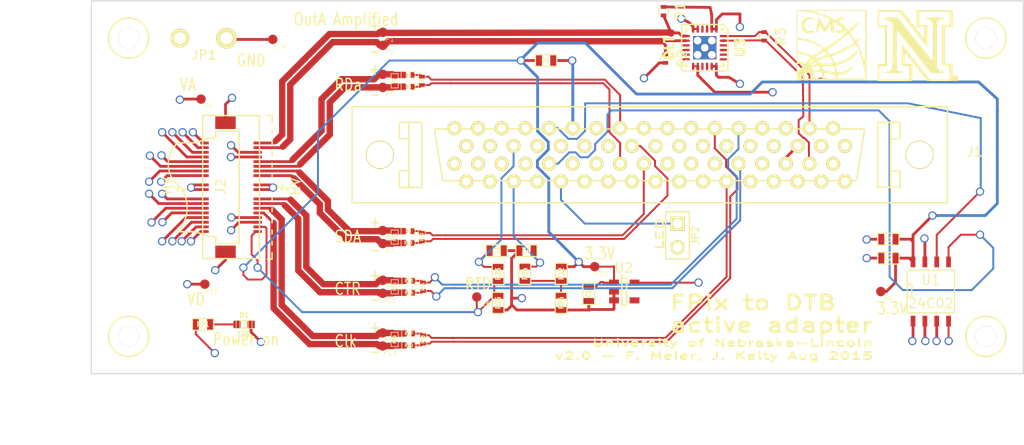
<source format=kicad_pcb>
(kicad_pcb (version 4) (host pcbnew "(2015-03-04 BZR 5478)-product")
  (layers (0 F.Cu signal) (1 Inner2.Cu power hide) (2 Inner1.Cu power hide) (31 B.Cu signal) (35 F.Paste user) (37 F.SilkS user) (39 F.Mask user) (44 Edge.Cuts user))
  (net 0 "")
  (net 1 AIN0)
  (net 2 AIN1)
  (net 3 CLK_n)
  (net 4 CLK_p)
  (net 5 CTR_n)
  (net 6 CTR_p)
  (net 7 GND)
  (net 8 HV)
  (net 9 POWER_ON)
  (net 10 RTD-)
  (net 11 SDATA1_n)
  (net 12 SDATA1_p)
  (net 13 SDA_n)
  (net 14 SDA_p)
  (net 15 TBM_Clk_In+)
  (net 16 TBM_Clk_In-)
  (net 17 TBM_Out_A+)
  (net 18 TBM_Out_A-)
  (net 19 TBM_RDa_Out+)
  (net 20 TBM_RDa_Out-)
  (net 21 TBM_SD_In+)
  (net 22 TBM_SD_In-)
  (net 23 TBM_Trig_In+)
  (net 24 TBM_Trig_In-)
  (net 25 TOUT_n)
  (net 26 TOUT_p)
  (net 27 VA)
  (net 28 VD)
  (net 29 "Net-(D1-Pad1)")
  (net 30 "Net-(F1-Pad2)")
  (net 31 "Net-(JP2-Pad2)")
  (net 32 "Net-(R22-Pad1)")
  (net 33 2.5V)
  (net 34 12C_SCL2)
  (net 35 12C_SDA2)
  (net 36 3V3)
  (module SM0603 (layer F.Cu) (at 103.378 91.44 270)
    (fp_text reference C5 (at 0 0 270) (layer F.SilkS) (effects (font (size 0.508 0.4572) (thickness 0.1143))))
    (fp_text value 1u hide)
    (pad 1 smd rect (at -0.762 0 270) (size 0.635 1.143) (layers F.Cu F.Paste F.Mask) (net 36 3V3))
    (pad 2 smd rect (at 0.762 0 270) (size 0.635 1.143) (layers F.Cu F.Paste F.Mask) (net 7 GND))
  )
  (module testpad (layer F.Cu) (at 69.469 64.135)
    (fp_text reference P14 (at 0.75 0.75 180) (layer F.SilkS) (effects (font (size 0.5 0.5) (thickness 0.05))))
    (fp_text value GND hide)
    (pad 1 smd circle (at 0 0) (size 1.016 1.016) (layers F.Cu F.Paste F.Mask) (net 7 GND))
  )
  (module testpad (layer F.Cu) (at 81.28 89.9795)
    (fp_text reference P8 (at 0.75 0.75 180) (layer F.SilkS) (effects (font (size 0.5 0.5) (thickness 0.05))))
    (fp_text value CTR+ hide)
    (pad 1 smd circle (at 0 0) (size 1.016 1.016) (layers F.Cu F.Paste F.Mask) (net 23 TBM_Trig_In+))
  )
  (module testpad (layer F.Cu) (at 81.28 95.631)
    (fp_text reference P12 (at 0.75 0.75 180) (layer F.SilkS) (effects (font (size 0.5 0.5) (thickness 0.05))))
    (fp_text value CLK+ hide)
    (pad 1 smd circle (at 0 0) (size 1.016 1.016) (layers F.Cu F.Paste F.Mask) (net 15 TBM_Clk_In+))
  )
  (module testpad (layer F.Cu) (at 81.28 97.028)
    (fp_text reference P13 (at 0.75 0.75 180) (layer F.SilkS) (effects (font (size 0.5 0.5) (thickness 0.05))))
    (fp_text value CLK- hide)
    (pad 1 smd circle (at 0 0) (size 1.016 1.016) (layers F.Cu F.Paste F.Mask) (net 16 TBM_Clk_In-))
  )
  (module testpad (layer F.Cu) (at 62.1792 90.3986)
    (fp_text reference P10 (at 0.75 0.75 180) (layer F.SilkS) (effects (font (size 0.5 0.5) (thickness 0.05))))
    (fp_text value VD hide)
    (pad 1 smd circle (at 0 0) (size 1.016 1.016) (layers F.Cu F.Paste F.Mask) (net 28 VD))
  )
  (module testpad (layer F.Cu) (at 134.7216 91.186)
    (fp_text reference P9 (at 0.75 0.75 180) (layer F.SilkS) (effects (font (size 0.5 0.5) (thickness 0.05))))
    (fp_text value 3V3 hide)
    (pad 1 smd circle (at 0 0) (size 1.016 1.016) (layers F.Cu F.Paste F.Mask) (net 36 3V3))
  )
  (module testpad (layer F.Cu) (at 61.7728 70.5358)
    (fp_text reference P4 (at 0.75 0.75 180) (layer F.SilkS) (effects (font (size 0.5 0.5) (thickness 0.05))))
    (fp_text value VA hide)
    (pad 1 smd circle (at 0 0) (size 1.016 1.016) (layers F.Cu F.Paste F.Mask) (net 27 VA))
  )
  (module testpad (layer F.Cu) (at 104.013 88.519)
    (fp_text reference P15 (at 0.75 0.75 180) (layer F.SilkS) (effects (font (size 0.5 0.5) (thickness 0.05))))
    (fp_text value RTD+ hide)
    (pad 1 smd circle (at 0 0) (size 1.016 1.016) (layers F.Cu F.Paste F.Mask) (net 36 3V3))
  )
  (module testpad (layer F.Cu) (at 91.3638 91.7702)
    (fp_text reference P16 (at 0.75 0.75 180) (layer F.SilkS) (effects (font (size 0.5 0.5) (thickness 0.05))))
    (fp_text value RTD- hide)
    (pad 1 smd circle (at 0 0) (size 1.016 1.016) (layers F.Cu F.Paste F.Mask) (net 10 RTD-))
  )
  (module testpad (layer F.Cu) (at 81.28 63.373)
    (fp_text reference P1 (at 0.75 0.75 180) (layer F.SilkS) (effects (font (size 0.5 0.5) (thickness 0.05))))
    (fp_text value OutA+ hide)
    (pad 1 smd circle (at 0 0) (size 1.016 1.016) (layers F.Cu F.Paste F.Mask) (net 17 TBM_Out_A+))
  )
  (module testpad (layer F.Cu) (at 81.28 64.77)
    (fp_text reference P2 (at 0.75 0.75 180) (layer F.SilkS) (effects (font (size 0.5 0.5) (thickness 0.05))))
    (fp_text value OutA- hide)
    (pad 1 smd circle (at 0 0) (size 1.016 1.016) (layers F.Cu F.Paste F.Mask) (net 18 TBM_Out_A-))
  )
  (module testpad (layer F.Cu) (at 81.28 67.8815)
    (fp_text reference P3 (at 0.75 0.75 180) (layer F.SilkS) (effects (font (size 0.5 0.5) (thickness 0.05))))
    (fp_text value RDa+ hide)
    (pad 1 smd circle (at 0 0) (size 1.016 1.016) (layers F.Cu F.Paste F.Mask) (net 19 TBM_RDa_Out+))
  )
  (module testpad (layer F.Cu) (at 81.28 69.2785)
    (fp_text reference P5 (at 0.75 0.75 180) (layer F.SilkS) (effects (font (size 0.5 0.5) (thickness 0.05))))
    (fp_text value RDa- hide)
    (pad 1 smd circle (at 0 0) (size 1.016 1.016) (layers F.Cu F.Paste F.Mask) (net 20 TBM_RDa_Out-))
  )
  (module testpad (layer F.Cu) (at 81.28 84.6455)
    (fp_text reference P6 (at 0.75 0.75 180) (layer F.SilkS) (effects (font (size 0.5 0.5) (thickness 0.05))))
    (fp_text value SDA+ hide)
    (pad 1 smd circle (at 0 0) (size 1.016 1.016) (layers F.Cu F.Paste F.Mask) (net 21 TBM_SD_In+))
  )
  (module testpad (layer F.Cu) (at 81.28 91.3765)
    (fp_text reference P11 (at 0.75 0.75 180) (layer F.SilkS) (effects (font (size 0.5 0.5) (thickness 0.05))))
    (fp_text value CTR- hide)
    (pad 1 smd circle (at 0 0) (size 1.016 1.016) (layers F.Cu F.Paste F.Mask) (net 24 TBM_Trig_In-))
  )
  (module testpad (layer F.Cu) (at 81.28 86.0425)
    (fp_text reference P7 (at 0.75 0.75 180) (layer F.SilkS) (effects (font (size 0.5 0.5) (thickness 0.05))))
    (fp_text value SDA- hide)
    (pad 1 smd circle (at 0 0) (size 1.016 1.016) (layers F.Cu F.Paste F.Mask) (net 22 TBM_SD_In-))
  )
  (module SO8N (layer F.Cu) (at 140.081 91.186)
    (fp_text reference U1 (at 0 -1.27) (layer F.SilkS) (effects (font (size 1.143 1.016) (thickness 0.127))))
    (fp_text value 24C02 (at 0 1.27) (layer F.SilkS) (effects (font (size 1.016 1.016) (thickness 0.127))))
    (pad 8 smd rect (at -1.905 -3.175) (size 0.508 1.143) (layers F.Cu F.Paste F.Mask) (net 36 3V3))
    (pad 7 smd rect (at -0.635 -3.175) (size 0.508 1.143) (layers F.Cu F.Paste F.Mask) (net 7 GND))
    (pad 6 smd rect (at 0.635 -3.175) (size 0.508 1.143) (layers F.Cu F.Paste F.Mask) (net 34 12C_SCL2))
    (pad 5 smd rect (at 1.905 -3.175) (size 0.508 1.143) (layers F.Cu F.Paste F.Mask) (net 35 12C_SDA2))
    (pad 4 smd rect (at 1.905 3.175) (size 0.508 1.143) (layers F.Cu F.Paste F.Mask) (net 7 GND))
    (pad 3 smd rect (at 0.635 3.175) (size 0.508 1.143) (layers F.Cu F.Paste F.Mask) (net 7 GND))
    (pad 2 smd rect (at -0.635 3.175) (size 0.508 1.143) (layers F.Cu F.Paste F.Mask) (net 7 GND))
    (pad 1 smd rect (at -1.905 3.175) (size 0.508 1.143) (layers F.Cu F.Paste F.Mask) (net 7 GND))
  )
  (module SMK20hv (layer F.Cu) (at 65 80 90)
    (fp_text reference J2 (at 0.06 -1.1 90) (layer F.SilkS))
    (fp_text value CONN-SMK20 hide)
    (pad 1 smd rect (at -4.75 2.85 90) (size 0.3 0.9) (layers F.Cu F.Paste F.Mask) (net 10 RTD-))
    (pad 2 smd rect (at -4.75 -2.85 90) (size 0.3 0.9) (layers F.Cu F.Paste F.Mask) (net 7 GND))
    (pad 3 smd rect (at -4.25 2.85 90) (size 0.3 0.9) (layers F.Cu F.Paste F.Mask) (net 36 3V3))
    (pad 4 smd rect (at -4.25 -2.85 90) (size 0.3 0.9) (layers F.Cu F.Paste F.Mask) (net 7 GND))
    (pad 5 smd rect (at -3.75 2.85 90) (size 0.3 0.9) (layers F.Cu F.Paste F.Mask) (net 28 VD))
    (pad 6 smd rect (at -3.75 -2.85 90) (size 0.3 0.9) (layers F.Cu F.Paste F.Mask) (net 7 GND))
    (pad 7 smd rect (at -3.25 2.85 90) (size 0.3 0.9) (layers F.Cu F.Paste F.Mask) (net 28 VD))
    (pad 8 smd rect (at -3.25 -2.85 90) (size 0.3 0.9) (layers F.Cu F.Paste F.Mask) (net 7 GND))
    (pad 9 smd rect (at -2.75 2.85 90) (size 0.3 0.9) (layers F.Cu F.Paste F.Mask) (net 16 TBM_Clk_In-))
    (pad 10 smd rect (at -2.75 -2.85 90) (size 0.3 0.9) (layers F.Cu F.Paste F.Mask) (net 28 VD))
    (pad 11 smd rect (at -2.25 2.85 90) (size 0.3 0.9) (layers F.Cu F.Paste F.Mask) (net 15 TBM_Clk_In+))
    (pad 12 smd rect (at -2.25 -2.85 90) (size 0.3 0.9) (layers F.Cu F.Paste F.Mask) (net 28 VD))
    (pad 13 smd rect (at -1.75 2.85 90) (size 0.3 0.9) (layers F.Cu F.Paste F.Mask) (net 24 TBM_Trig_In-))
    (pad 14 smd rect (at -1.75 -2.85 90) (size 0.3 0.9) (layers F.Cu F.Paste F.Mask) (net 7 GND))
    (pad 15 smd rect (at -1.25 2.85 90) (size 0.3 0.9) (layers F.Cu F.Paste F.Mask) (net 23 TBM_Trig_In+))
    (pad 16 smd rect (at -1.25 -2.85 90) (size 0.3 0.9) (layers F.Cu F.Paste F.Mask) (net 7 GND))
    (pad 19 smd rect (at -0.25 2.85 90) (size 0.3 0.9) (layers F.Cu F.Paste F.Mask) (net 8 HV))
    (pad 20 smd rect (at -0.25 -2.85 90) (size 0.3 0.9) (layers F.Cu F.Paste F.Mask) (net 8 HV))
    (pad 21 smd rect (at 0.25 2.85 90) (size 0.3 0.9) (layers F.Cu F.Paste F.Mask) (net 8 HV))
    (pad 22 smd rect (at 0.25 -2.85 90) (size 0.3 0.9) (layers F.Cu F.Paste F.Mask) (net 8 HV))
    (pad 25 smd rect (at 1.25 2.85 90) (size 0.3 0.9) (layers F.Cu F.Paste F.Mask) (net 22 TBM_SD_In-))
    (pad 26 smd rect (at 1.25 -2.85 90) (size 0.3 0.9) (layers F.Cu F.Paste F.Mask) (net 7 GND))
    (pad 27 smd rect (at 1.75 2.85 90) (size 0.3 0.9) (layers F.Cu F.Paste F.Mask) (net 21 TBM_SD_In+))
    (pad 28 smd rect (at 1.75 -2.85 90) (size 0.3 0.9) (layers F.Cu F.Paste F.Mask) (net 7 GND))
    (pad 29 smd rect (at 2.25 2.85 90) (size 0.3 0.9) (layers F.Cu F.Paste F.Mask) (net 20 TBM_RDa_Out-))
    (pad 30 smd rect (at 2.25 -2.85 90) (size 0.3 0.9) (layers F.Cu F.Paste F.Mask) (net 27 VA))
    (pad 31 smd rect (at 2.75 2.85 90) (size 0.3 0.9) (layers F.Cu F.Paste F.Mask) (net 19 TBM_RDa_Out+))
    (pad 32 smd rect (at 2.75 -2.85 90) (size 0.3 0.9) (layers F.Cu F.Paste F.Mask) (net 27 VA))
    (pad 33 smd rect (at 3.25 2.85 90) (size 0.3 0.9) (layers F.Cu F.Paste F.Mask) (net 27 VA))
    (pad 34 smd rect (at 3.25 -2.85 90) (size 0.3 0.9) (layers F.Cu F.Paste F.Mask) (net 7 GND))
    (pad 35 smd rect (at 3.75 2.85 90) (size 0.3 0.9) (layers F.Cu F.Paste F.Mask) (net 27 VA))
    (pad 36 smd rect (at 3.75 -2.85 90) (size 0.3 0.9) (layers F.Cu F.Paste F.Mask) (net 7 GND))
    (pad 37 smd rect (at 4.25 2.85 90) (size 0.3 0.9) (layers F.Cu F.Paste F.Mask) (net 18 TBM_Out_A-))
    (pad 38 smd rect (at 4.25 -2.85 90) (size 0.3 0.9) (layers F.Cu F.Paste F.Mask) (net 7 GND))
    (pad 39 smd rect (at 4.75 2.85 90) (size 0.3 0.9) (layers F.Cu F.Paste F.Mask) (net 17 TBM_Out_A+))
    (pad 40 smd rect (at 4.75 -2.85 90) (size 0.3 0.9) (layers F.Cu F.Paste F.Mask) (net 7 GND))
    (pad 41 smd rect (at -6.93 -0.6 90) (size 1.35 2.2) (layers F.Cu F.Paste F.Mask) (net 7 GND))
    (pad 42 smd rect (at 6.925 -0.6 90) (size 1.35 2.2) (layers F.Cu F.Paste F.Mask) (net 7 GND))
  )
  (module SM0603 (layer F.Cu) (at 96.52 89.281 90)
    (fp_text reference R24 (at 0 0 90) (layer F.SilkS) (effects (font (size 0.508 0.4572) (thickness 0.1143))))
    (fp_text value "10k 5%" hide)
    (pad 1 smd rect (at -0.762 0 90) (size 0.635 1.143) (layers F.Cu F.Paste F.Mask) (net 32 "Net-(R22-Pad1)"))
    (pad 2 smd rect (at 0.762 0 90) (size 0.635 1.143) (layers F.Cu F.Paste F.Mask) (net 2 AIN1))
  )
  (module SM0603 (layer F.Cu) (at 96.7 86.8 180)
    (fp_text reference C4 (at 0 0 180) (layer F.SilkS) (effects (font (size 0.508 0.4572) (thickness 0.1143))))
    (fp_text value 100n hide)
    (pad 1 smd rect (at -0.762 0 180) (size 0.635 1.143) (layers F.Cu F.Paste F.Mask) (net 2 AIN1))
    (pad 2 smd rect (at 0.762 0 180) (size 0.635 1.143) (layers F.Cu F.Paste F.Mask) (net 7 GND))
  )
  (module SM0603 (layer F.Cu) (at 135.5344 85.5726 180)
    (fp_text reference C1 (at 0 0 180) (layer F.SilkS) (effects (font (size 0.508 0.4572) (thickness 0.1143))))
    (fp_text value 100n hide)
    (pad 1 smd rect (at -0.762 0 180) (size 0.635 1.143) (layers F.Cu F.Paste F.Mask) (net 36 3V3))
    (pad 2 smd rect (at 0.762 0 180) (size 0.635 1.143) (layers F.Cu F.Paste F.Mask) (net 7 GND))
  )
  (module SM0603 (layer F.Cu) (at 135.5344 87.6046 180)
    (fp_text reference C2 (at 0 0 180) (layer F.SilkS) (effects (font (size 0.508 0.4572) (thickness 0.1143))))
    (fp_text value 1u hide)
    (pad 1 smd rect (at -0.762 0 180) (size 0.635 1.143) (layers F.Cu F.Paste F.Mask) (net 36 3V3))
    (pad 2 smd rect (at 0.762 0 180) (size 0.635 1.143) (layers F.Cu F.Paste F.Mask) (net 7 GND))
  )
  (module SM0603 (layer F.Cu) (at 93.5 86.8)
    (fp_text reference C3 (at 0 0) (layer F.SilkS) (effects (font (size 0.508 0.4572) (thickness 0.1143))))
    (fp_text value 100n hide)
    (pad 1 smd rect (at -0.762 0) (size 0.635 1.143) (layers F.Cu F.Paste F.Mask) (net 1 AIN0))
    (pad 2 smd rect (at 0.762 0) (size 0.635 1.143) (layers F.Cu F.Paste F.Mask) (net 7 GND))
  )
  (module SM0603 (layer F.Cu) (at 100.4316 89.281 90)
    (fp_text reference R22 (at 0 0 90) (layer F.SilkS) (effects (font (size 0.508 0.4572) (thickness 0.1143))))
    (fp_text value "10k 0.1%" hide)
    (pad 1 smd rect (at -0.762 0 90) (size 0.635 1.143) (layers F.Cu F.Paste F.Mask) (net 32 "Net-(R22-Pad1)"))
    (pad 2 smd rect (at 0.762 0 90) (size 0.635 1.143) (layers F.Cu F.Paste F.Mask) (net 36 3V3))
  )
  (module SM0603 (layer F.Cu) (at 93.6498 92.4052 270)
    (fp_text reference R25 (at 0 0 270) (layer F.SilkS) (effects (font (size 0.508 0.4572) (thickness 0.1143))))
    (fp_text value "10k 0.1%" hide)
    (pad 1 smd rect (at -0.762 0 270) (size 0.635 1.143) (layers F.Cu F.Paste F.Mask) (net 10 RTD-))
    (pad 2 smd rect (at 0.762 0 270) (size 0.635 1.143) (layers F.Cu F.Paste F.Mask) (net 7 GND))
  )
  (module SM0603 (layer F.Cu) (at 100.4062 92.4052 270)
    (fp_text reference R26 (at 0 0 270) (layer F.SilkS) (effects (font (size 0.508 0.4572) (thickness 0.1143))))
    (fp_text value "10k 0.1%" hide)
    (pad 1 smd rect (at -0.762 0 270) (size 0.635 1.143) (layers F.Cu F.Paste F.Mask) (net 32 "Net-(R22-Pad1)"))
    (pad 2 smd rect (at 0.762 0 270) (size 0.635 1.143) (layers F.Cu F.Paste F.Mask) (net 7 GND))
  )
  (module SM0603 (layer F.Cu) (at 93.6498 89.3064 90)
    (fp_text reference R23 (at 0 0 90) (layer F.SilkS) (effects (font (size 0.508 0.4572) (thickness 0.1143))))
    (fp_text value "10k 5%" hide)
    (pad 1 smd rect (at -0.762 0 90) (size 0.635 1.143) (layers F.Cu F.Paste F.Mask) (net 10 RTD-))
    (pad 2 smd rect (at 0.762 0 90) (size 0.635 1.143) (layers F.Cu F.Paste F.Mask) (net 1 AIN0))
  )
  (module SM0603 (layer F.Cu) (at 61.976 94.7166)
    (fp_text reference R21 (at 0 0) (layer F.SilkS) (effects (font (size 0.508 0.4572) (thickness 0.1143))))
    (fp_text value 56 hide)
    (pad 1 smd rect (at -0.762 0) (size 0.635 1.143) (layers F.Cu F.Paste F.Mask) (net 31 "Net-(JP2-Pad2)"))
    (pad 2 smd rect (at 0.762 0) (size 0.635 1.143) (layers F.Cu F.Paste F.Mask) (net 29 "Net-(D1-Pad1)"))
  )
  (module SM0402 (layer F.Cu) (at 85.598 96.3295 270)
    (fp_text reference R18 (at 0 0 270) (layer F.SilkS) (effects (font (size 0.35052 0.3048) (thickness 0.07112))))
    (fp_text value 10G hide)
    (pad 1 smd rect (at -0.44958 0 270) (size 0.39878 0.59944) (layers F.Cu F.Paste F.Mask) (net 4 CLK_p))
    (pad 2 smd rect (at 0.44958 0 270) (size 0.39878 0.59944) (layers F.Cu F.Paste F.Mask) (net 3 CLK_n))
  )
  (module SM0402 (layer F.Cu) (at 85.471 68.58 270)
    (fp_text reference R6 (at 0 0 270) (layer F.SilkS) (effects (font (size 0.35052 0.3048) (thickness 0.07112))))
    (fp_text value 10G hide)
    (pad 1 smd rect (at -0.44958 0 270) (size 0.39878 0.59944) (layers F.Cu F.Paste F.Mask) (net 26 TOUT_p))
    (pad 2 smd rect (at 0.44958 0 270) (size 0.39878 0.59944) (layers F.Cu F.Paste F.Mask) (net 25 TOUT_n))
  )
  (module SM0402 (layer F.Cu) (at 85.471 85.344 270)
    (fp_text reference R10 (at 0 0 270) (layer F.SilkS) (effects (font (size 0.35052 0.3048) (thickness 0.07112))))
    (fp_text value 10G hide)
    (pad 1 smd rect (at -0.44958 0 270) (size 0.39878 0.59944) (layers F.Cu F.Paste F.Mask) (net 14 SDA_p))
    (pad 2 smd rect (at 0.44958 0 270) (size 0.39878 0.59944) (layers F.Cu F.Paste F.Mask) (net 13 SDA_n))
  )
  (module SM0402 (layer F.Cu) (at 85.598 90.678 270)
    (fp_text reference R14 (at 0 0 270) (layer F.SilkS) (effects (font (size 0.35052 0.3048) (thickness 0.07112))))
    (fp_text value 10G hide)
    (pad 1 smd rect (at -0.44958 0 270) (size 0.39878 0.59944) (layers F.Cu F.Paste F.Mask) (net 6 CTR_p))
    (pad 2 smd rect (at 0.44958 0 270) (size 0.39878 0.59944) (layers F.Cu F.Paste F.Mask) (net 5 CTR_n))
  )
  (module SM0402 (layer F.Cu) (at 82.55 85.344 270)
    (fp_text reference R11 (at 0 0 270) (layer F.SilkS) (effects (font (size 0.35052 0.3048) (thickness 0.07112))))
    (fp_text value 91 hide)
    (pad 1 smd rect (at -0.44958 0 270) (size 0.39878 0.59944) (layers F.Cu F.Paste F.Mask) (net 21 TBM_SD_In+))
    (pad 2 smd rect (at 0.44958 0 270) (size 0.39878 0.59944) (layers F.Cu F.Paste F.Mask) (net 22 TBM_SD_In-))
  )
  (module SM0402 (layer F.Cu) (at 84.0105 67.945 180)
    (fp_text reference R5 (at 0 0 180) (layer F.SilkS) (effects (font (size 0.35052 0.3048) (thickness 0.07112))))
    (fp_text value 0 hide)
    (pad 1 smd rect (at -0.44958 0 180) (size 0.39878 0.59944) (layers F.Cu F.Paste F.Mask) (net 26 TOUT_p))
    (pad 2 smd rect (at 0.44958 0 180) (size 0.39878 0.59944) (layers F.Cu F.Paste F.Mask) (net 19 TBM_RDa_Out+))
  )
  (module SM0402 (layer F.Cu) (at 82.55 68.58 270)
    (fp_text reference R7 (at 0 0 270) (layer F.SilkS) (effects (font (size 0.35052 0.3048) (thickness 0.07112))))
    (fp_text value 120 hide)
    (pad 1 smd rect (at -0.44958 0 270) (size 0.39878 0.59944) (layers F.Cu F.Paste F.Mask) (net 19 TBM_RDa_Out+))
    (pad 2 smd rect (at 0.44958 0 270) (size 0.39878 0.59944) (layers F.Cu F.Paste F.Mask) (net 20 TBM_RDa_Out-))
  )
  (module SM0402 (layer F.Cu) (at 84.0105 69.215 180)
    (fp_text reference R8 (at 0 0 180) (layer F.SilkS) (effects (font (size 0.35052 0.3048) (thickness 0.07112))))
    (fp_text value 0 hide)
    (pad 1 smd rect (at -0.44958 0 180) (size 0.39878 0.59944) (layers F.Cu F.Paste F.Mask) (net 25 TOUT_n))
    (pad 2 smd rect (at 0.44958 0 180) (size 0.39878 0.59944) (layers F.Cu F.Paste F.Mask) (net 20 TBM_RDa_Out-))
  )
  (module SM0402 (layer F.Cu) (at 84.0105 84.709 180)
    (fp_text reference R9 (at 0 0 180) (layer F.SilkS) (effects (font (size 0.35052 0.3048) (thickness 0.07112))))
    (fp_text value 39 hide)
    (pad 1 smd rect (at -0.44958 0 180) (size 0.39878 0.59944) (layers F.Cu F.Paste F.Mask) (net 14 SDA_p))
    (pad 2 smd rect (at 0.44958 0 180) (size 0.39878 0.59944) (layers F.Cu F.Paste F.Mask) (net 21 TBM_SD_In+))
  )
  (module SM0402 (layer F.Cu) (at 84.0105 85.979 180)
    (fp_text reference R12 (at 0 0 180) (layer F.SilkS) (effects (font (size 0.35052 0.3048) (thickness 0.07112))))
    (fp_text value 39 hide)
    (pad 1 smd rect (at -0.44958 0 180) (size 0.39878 0.59944) (layers F.Cu F.Paste F.Mask) (net 13 SDA_n))
    (pad 2 smd rect (at 0.44958 0 180) (size 0.39878 0.59944) (layers F.Cu F.Paste F.Mask) (net 22 TBM_SD_In-))
  )
  (module SM0402 (layer F.Cu) (at 84.074 90.043 180)
    (fp_text reference R13 (at 0 0 180) (layer F.SilkS) (effects (font (size 0.35052 0.3048) (thickness 0.07112))))
    (fp_text value 39 hide)
    (pad 1 smd rect (at -0.44958 0 180) (size 0.39878 0.59944) (layers F.Cu F.Paste F.Mask) (net 6 CTR_p))
    (pad 2 smd rect (at 0.44958 0 180) (size 0.39878 0.59944) (layers F.Cu F.Paste F.Mask) (net 23 TBM_Trig_In+))
  )
  (module SM0402 (layer F.Cu) (at 82.55 90.678 270)
    (fp_text reference R15 (at 0 0 270) (layer F.SilkS) (effects (font (size 0.35052 0.3048) (thickness 0.07112))))
    (fp_text value 91 hide)
    (pad 1 smd rect (at -0.44958 0 270) (size 0.39878 0.59944) (layers F.Cu F.Paste F.Mask) (net 23 TBM_Trig_In+))
    (pad 2 smd rect (at 0.44958 0 270) (size 0.39878 0.59944) (layers F.Cu F.Paste F.Mask) (net 24 TBM_Trig_In-))
  )
  (module SM0402 (layer F.Cu) (at 84.074 91.313 180)
    (fp_text reference R16 (at 0 0 180) (layer F.SilkS) (effects (font (size 0.35052 0.3048) (thickness 0.07112))))
    (fp_text value 39 hide)
    (pad 1 smd rect (at -0.44958 0 180) (size 0.39878 0.59944) (layers F.Cu F.Paste F.Mask) (net 5 CTR_n))
    (pad 2 smd rect (at 0.44958 0 180) (size 0.39878 0.59944) (layers F.Cu F.Paste F.Mask) (net 24 TBM_Trig_In-))
  )
  (module SM0402 (layer F.Cu) (at 84.074 95.6945 180)
    (fp_text reference R17 (at 0 0 180) (layer F.SilkS) (effects (font (size 0.35052 0.3048) (thickness 0.07112))))
    (fp_text value 39 hide)
    (pad 1 smd rect (at -0.44958 0 180) (size 0.39878 0.59944) (layers F.Cu F.Paste F.Mask) (net 4 CLK_p))
    (pad 2 smd rect (at 0.44958 0 180) (size 0.39878 0.59944) (layers F.Cu F.Paste F.Mask) (net 15 TBM_Clk_In+))
  )
  (module SM0402 (layer F.Cu) (at 82.55 96.3295 90)
    (fp_text reference R19 (at 0 0 90) (layer F.SilkS) (effects (font (size 0.35052 0.3048) (thickness 0.07112))))
    (fp_text value 91 hide)
    (pad 1 smd rect (at -0.44958 0 90) (size 0.39878 0.59944) (layers F.Cu F.Paste F.Mask) (net 16 TBM_Clk_In-))
    (pad 2 smd rect (at 0.44958 0 90) (size 0.39878 0.59944) (layers F.Cu F.Paste F.Mask) (net 15 TBM_Clk_In+))
  )
  (module SM0402 (layer F.Cu) (at 84.074 96.9645 180)
    (fp_text reference R20 (at 0 0 180) (layer F.SilkS) (effects (font (size 0.35052 0.3048) (thickness 0.07112))))
    (fp_text value 39 hide)
    (pad 1 smd rect (at -0.44958 0 180) (size 0.39878 0.59944) (layers F.Cu F.Paste F.Mask) (net 3 CLK_n))
    (pad 2 smd rect (at 0.44958 0 180) (size 0.39878 0.59944) (layers F.Cu F.Paste F.Mask) (net 16 TBM_Clk_In-))
  )
  (module SCSI68up (layer F.Cu) (at 109.9185 76.5175)
    (fp_text reference J1 (at 34.8615 -0.3175) (layer F.SilkS))
    (fp_text value CONN-SCSI68 hide)
    (pad 1 thru_hole circle (at 20.955 -0.9525) (size 1.5 1.5) (drill 0.86) (layers *.Cu *.Mask F.SilkS) (net 7 GND))
    (pad 2 thru_hole circle (at 20.955 2.8575) (size 1.5 1.5) (drill 0.86) (layers *.Cu *.Mask F.SilkS))
    (pad 3 thru_hole circle (at 19.685 -2.8575) (size 1.5 1.5) (drill 0.86) (layers *.Cu *.Mask F.SilkS))
    (pad 4 thru_hole circle (at 19.685 0.9525) (size 1.5 1.5) (drill 0.86) (layers *.Cu *.Mask F.SilkS) (net 7 GND))
    (pad 5 thru_hole circle (at 18.415 -0.9525) (size 1.5 1.5) (drill 0.86) (layers *.Cu *.Mask F.SilkS))
    (pad 6 thru_hole circle (at 18.415 2.8575) (size 1.5 1.5) (drill 0.86) (layers *.Cu *.Mask F.SilkS) (net 7 GND))
    (pad 7 thru_hole circle (at 17.145 -2.8575) (size 1.5 1.5) (drill 0.86) (layers *.Cu *.Mask F.SilkS) (net 12 SDATA1_p))
    (pad 8 thru_hole circle (at 17.145 0.9525) (size 1.5 1.5) (drill 0.86) (layers *.Cu *.Mask F.SilkS) (net 11 SDATA1_n))
    (pad 9 thru_hole circle (at 15.875 -0.9525) (size 1.5 1.5) (drill 0.86) (layers *.Cu *.Mask F.SilkS) (net 7 GND))
    (pad 10 thru_hole circle (at 15.875 2.8575) (size 1.5 1.5) (drill 0.86) (layers *.Cu *.Mask F.SilkS))
    (pad 11 thru_hole circle (at 14.605 -2.8575) (size 1.5 1.5) (drill 0.86) (layers *.Cu *.Mask F.SilkS))
    (pad 12 thru_hole circle (at 14.605 0.9525) (size 1.5 1.5) (drill 0.86) (layers *.Cu *.Mask F.SilkS) (net 7 GND))
    (pad 13 thru_hole circle (at 13.335 -0.9525) (size 1.5 1.5) (drill 0.86) (layers *.Cu *.Mask F.SilkS))
    (pad 14 thru_hole circle (at 13.335 2.8575) (size 1.5 1.5) (drill 0.86) (layers *.Cu *.Mask F.SilkS))
    (pad 15 thru_hole circle (at 12.065 -2.8575) (size 1.5 1.5) (drill 0.86) (layers *.Cu *.Mask F.SilkS) (net 7 GND))
    (pad 16 thru_hole circle (at 12.065 0.9525) (size 1.5 1.5) (drill 0.86) (layers *.Cu *.Mask F.SilkS))
    (pad 17 thru_hole circle (at 10.795 -0.9525) (size 1.5 1.5) (drill 0.86) (layers *.Cu *.Mask F.SilkS))
    (pad 18 thru_hole circle (at 10.795 2.8575) (size 1.5 1.5) (drill 0.86) (layers *.Cu *.Mask F.SilkS) (net 7 GND))
    (pad 19 thru_hole circle (at 9.525 -2.8575) (size 1.5 1.5) (drill 0.86) (layers *.Cu *.Mask F.SilkS) (net 6 CTR_p))
    (pad 20 thru_hole circle (at 9.525 0.9525) (size 1.5 1.5) (drill 0.86) (layers *.Cu *.Mask F.SilkS) (net 5 CTR_n))
    (pad 21 thru_hole circle (at 8.255 -0.9525) (size 1.5 1.5) (drill 0.86) (layers *.Cu *.Mask F.SilkS) (net 7 GND))
    (pad 22 thru_hole circle (at 8.255 2.8575) (size 1.5 1.5) (drill 0.86) (layers *.Cu *.Mask F.SilkS) (net 4 CLK_p))
    (pad 23 thru_hole circle (at 6.985 -2.8575) (size 1.5 1.5) (drill 0.86) (layers *.Cu *.Mask F.SilkS) (net 3 CLK_n))
    (pad 24 thru_hole circle (at 6.985 0.9525) (size 1.5 1.5) (drill 0.86) (layers *.Cu *.Mask F.SilkS) (net 7 GND))
    (pad 25 thru_hole circle (at 5.715 -0.9525) (size 1.5 1.5) (drill 0.86) (layers *.Cu *.Mask F.SilkS) (net 27 VA))
    (pad 26 thru_hole circle (at 5.715 2.8575) (size 1.5 1.5) (drill 0.86) (layers *.Cu *.Mask F.SilkS) (net 27 VA))
    (pad 27 thru_hole circle (at 4.445 -2.8575) (size 1.5 1.5) (drill 0.86) (layers *.Cu *.Mask F.SilkS) (net 27 VA))
    (pad 28 thru_hole circle (at 4.445 0.9525) (size 1.5 1.5) (drill 0.86) (layers *.Cu *.Mask F.SilkS) (net 27 VA))
    (pad 29 thru_hole circle (at 3.175 -0.9525) (size 1.5 1.5) (drill 0.86) (layers *.Cu *.Mask F.SilkS) (net 28 VD))
    (pad 30 thru_hole circle (at 3.175 2.8575) (size 1.5 1.5) (drill 0.86) (layers *.Cu *.Mask F.SilkS) (net 7 GND))
    (pad 31 thru_hole circle (at 1.905 -2.8575) (size 1.5 1.5) (drill 0.86) (layers *.Cu *.Mask F.SilkS))
    (pad 32 thru_hole circle (at 1.905 0.9525) (size 1.5 1.5) (drill 0.86) (layers *.Cu *.Mask F.SilkS))
    (pad 33 thru_hole circle (at 0.635 -0.9525) (size 1.5 1.5) (drill 0.86) (layers *.Cu *.Mask F.SilkS))
    (pad 34 thru_hole circle (at 0.635 2.8575) (size 1.5 1.5) (drill 0.86) (layers *.Cu *.Mask F.SilkS))
    (pad 35 thru_hole circle (at -0.635 -2.8575) (size 1.5 1.5) (drill 0.86) (layers *.Cu *.Mask F.SilkS) (net 7 GND))
    (pad 36 thru_hole circle (at -0.635 0.9525) (size 1.5 1.5) (drill 0.86) (layers *.Cu *.Mask F.SilkS) (net 14 SDA_p))
    (pad 37 thru_hole circle (at -1.905 -0.9525) (size 1.5 1.5) (drill 0.86) (layers *.Cu *.Mask F.SilkS) (net 13 SDA_n))
    (pad 38 thru_hole circle (at -1.905 2.8575) (size 1.5 1.5) (drill 0.86) (layers *.Cu *.Mask F.SilkS) (net 7 GND))
    (pad 39 thru_hole circle (at -3.175 -2.8575) (size 1.5 1.5) (drill 0.86) (layers *.Cu *.Mask F.SilkS) (net 26 TOUT_p))
    (pad 40 thru_hole circle (at -3.175 0.9525) (size 1.5 1.5) (drill 0.86) (layers *.Cu *.Mask F.SilkS) (net 25 TOUT_n))
    (pad 41 thru_hole circle (at -4.445 -0.9525) (size 1.5 1.5) (drill 0.86) (layers *.Cu *.Mask F.SilkS) (net 7 GND))
    (pad 42 thru_hole circle (at -4.445 2.8575) (size 1.5 1.5) (drill 0.86) (layers *.Cu *.Mask F.SilkS) (net 28 VD))
    (pad 43 thru_hole circle (at -5.715 -2.8575) (size 1.5 1.5) (drill 0.86) (layers *.Cu *.Mask F.SilkS) (net 28 VD))
    (pad 44 thru_hole circle (at -5.715 0.9525) (size 1.5 1.5) (drill 0.86) (layers *.Cu *.Mask F.SilkS) (net 28 VD))
    (pad 45 thru_hole circle (at -6.985 -0.9525) (size 1.5 1.5) (drill 0.86) (layers *.Cu *.Mask F.SilkS) (net 28 VD))
    (pad 46 thru_hole circle (at -6.985 2.8575) (size 1.5 1.5) (drill 0.86) (layers *.Cu *.Mask F.SilkS) (net 7 GND))
    (pad 47 thru_hole circle (at -8.255 -2.8575) (size 1.5 1.5) (drill 0.86) (layers *.Cu *.Mask F.SilkS) (net 30 "Net-(F1-Pad2)"))
    (pad 48 thru_hole circle (at -8.255 0.9525) (size 1.5 1.5) (drill 0.86) (layers *.Cu *.Mask F.SilkS))
    (pad 49 thru_hole circle (at -9.525 -0.9525) (size 1.5 1.5) (drill 0.86) (layers *.Cu *.Mask F.SilkS))
    (pad 50 thru_hole circle (at -9.525 2.8575) (size 1.5 1.5) (drill 0.86) (layers *.Cu *.Mask F.SilkS) (net 9 POWER_ON))
    (pad 51 thru_hole circle (at -10.795 -2.8575) (size 1.5 1.5) (drill 0.86) (layers *.Cu *.Mask F.SilkS) (net 34 12C_SCL2))
    (pad 52 thru_hole circle (at -10.795 0.9525) (size 1.5 1.5) (drill 0.86) (layers *.Cu *.Mask F.SilkS) (net 35 12C_SDA2))
    (pad 53 thru_hole circle (at -12.065 -0.9525) (size 1.5 1.5) (drill 0.86) (layers *.Cu *.Mask F.SilkS))
    (pad 54 thru_hole circle (at -12.065 2.8575) (size 1.5 1.5) (drill 0.86) (layers *.Cu *.Mask F.SilkS))
    (pad 55 thru_hole circle (at -13.335 -2.8575) (size 1.5 1.5) (drill 0.86) (layers *.Cu *.Mask F.SilkS))
    (pad 56 thru_hole circle (at -13.335 0.9525) (size 1.5 1.5) (drill 0.86) (layers *.Cu *.Mask F.SilkS))
    (pad 57 thru_hole circle (at -14.605 -0.9525) (size 1.5 1.5) (drill 0.86) (layers *.Cu *.Mask F.SilkS) (net 1 AIN0))
    (pad 58 thru_hole circle (at -14.605 2.8575) (size 1.5 1.5) (drill 0.86) (layers *.Cu *.Mask F.SilkS) (net 2 AIN1))
    (pad 59 thru_hole circle (at -15.875 -2.8575) (size 1.5 1.5) (drill 0.86) (layers *.Cu *.Mask F.SilkS))
    (pad 60 thru_hole circle (at -15.875 0.9525) (size 1.5 1.5) (drill 0.86) (layers *.Cu *.Mask F.SilkS) (net 7 GND))
    (pad 61 thru_hole circle (at -17.145 -0.9525) (size 1.5 1.5) (drill 0.86) (layers *.Cu *.Mask F.SilkS))
    (pad 62 thru_hole circle (at -17.145 2.8575) (size 1.5 1.5) (drill 0.86) (layers *.Cu *.Mask F.SilkS))
    (pad 63 thru_hole circle (at -18.415 -2.8575) (size 1.5 1.5) (drill 0.86) (layers *.Cu *.Mask F.SilkS))
    (pad 64 thru_hole circle (at -18.415 0.9525) (size 1.5 1.5) (drill 0.86) (layers *.Cu *.Mask F.SilkS) (net 7 GND))
    (pad 65 thru_hole circle (at -19.685 -0.9525) (size 1.5 1.5) (drill 0.86) (layers *.Cu *.Mask F.SilkS))
    (pad 66 thru_hole circle (at -19.685 2.8575) (size 1.5 1.5) (drill 0.86) (layers *.Cu *.Mask F.SilkS))
    (pad 67 thru_hole circle (at -20.955 -2.8575) (size 1.5 1.5) (drill 0.86) (layers *.Cu *.Mask F.SilkS))
    (pad 68 thru_hole circle (at -20.955 0.9525) (size 1.5 1.5) (drill 0.86) (layers *.Cu *.Mask F.SilkS) (net 8 HV))
    (pad 71 thru_hole circle (at -28.956 0) (size 3 3) (drill 2.77) (layers *.Cu *.Mask F.SilkS) (net 7 GND))
    (pad 72 thru_hole circle (at 28.956 0) (size 3 3) (drill 2.77) (layers *.Cu *.Mask F.SilkS) (net 7 GND))
  )
  (module PIN_ARRAY_2X1 (layer F.Cu) (at 112.903 85.1662 270)
    (fp_text reference JP2 (at 0 -1.905 270) (layer F.SilkS) (effects (font (size 0.762 0.762) (thickness 0.1524))))
    (fp_text value JUMPER hide)
    (pad 1 thru_hole rect (at -1.27 0 270) (size 1.524 1.524) (drill 1.016) (layers *.Cu *.Mask F.SilkS) (net 9 POWER_ON))
    (pad 2 thru_hole circle (at 1.27 0 270) (size 1.524 1.524) (drill 1.016) (layers *.Cu *.Mask F.SilkS) (net 31 "Net-(JP2-Pad2)"))
  )
  (module LED-0603 (layer F.Cu) (at 66.3956 94.7166)
    (fp_text reference D1 (at 0 -1.016) (layer F.SilkS) (effects (font (size 0.508 0.508) (thickness 0.127))))
    (fp_text value LED (at 0 1.016) (layer F.SilkS) (effects (font (size 0.508 0.508) (thickness 0.127))))
    (pad 1 smd rect (at -0.7493 0) (size 0.79756 0.79756) (layers F.Cu F.Paste F.Mask) (net 29 "Net-(D1-Pad1)"))
    (pad 2 smd rect (at 0.7493 0) (size 0.79756 0.79756) (layers F.Cu F.Paste F.Mask) (net 7 GND))
  )
  (module HarwinShortLnk (layer F.Cu) (at 62 64)
    (fp_text reference JP1 (at 0.1 1.8) (layer F.SilkS))
    (fp_text value JUMPER hide)
    (pad 1 thru_hole circle (at -2.5 0) (size 2 2) (drill 1.25) (layers *.Cu *.Mask F.SilkS) (net 7 GND))
    (pad 2 thru_hole circle (at 2.5 0) (size 2.2 2.2) (drill 1.3) (layers *.Cu *.Mask F.SilkS) (net 7 GND))
  )
  (module lochM2 (layer F.Cu) (at 146 64)
    (fp_text reference loch hide)
    (fp_text value M2 hide)
    (pad 1 thru_hole circle (at 0 0) (size 2.2 2.2) (drill 2.2) (layers *.Cu *.Mask F.SilkS))
  )
  (module lochM2 (layer F.Cu) (at 146 96)
    (fp_text reference loch hide)
    (fp_text value M2 hide)
    (pad 1 thru_hole circle (at 0 0) (size 2.2 2.2) (drill 2.2) (layers *.Cu *.Mask F.SilkS))
  )
  (module lochM2 (layer F.Cu) (at 54 96)
    (fp_text reference loch hide)
    (fp_text value M2 hide)
    (pad 1 thru_hole circle (at 0 0) (size 2.2 2.2) (drill 2.2) (layers *.Cu *.Mask F.SilkS))
  )
  (module lochM2 (layer F.Cu) (at 54 64)
    (fp_text reference loch hide)
    (fp_text value M2 hide)
    (pad 1 thru_hole circle (at 0 0) (size 2.2 2.2) (drill 2.2) (layers *.Cu *.Mask F.SilkS))
  )
  (module LOGO (layer F.Cu) (at 129.4 64.7)
    (fp_text reference G*** hide)
    (fp_text value LOGO hide)
  )
  (module NLOGO (layer F.Cu) (at 138.7 64.8)
    (fp_text reference G*** hide)
    (fp_text value LOGO hide)
  )
  (module SM0603 (layer F.Cu) (at 98.8 66.4)
    (fp_text reference F1 (at 0 0) (layer F.SilkS) (effects (font (size 0.508 0.4572) (thickness 0.1143))))
    (fp_text value FUSE hide)
    (pad 1 smd rect (at -0.762 0) (size 0.635 1.143) (layers F.Cu F.Paste F.Mask) (net 36 3V3))
    (pad 2 smd rect (at 0.762 0) (size 0.635 1.143) (layers F.Cu F.Paste F.Mask) (net 30 "Net-(F1-Pad2)"))
  )
  (module SOT-23-5 (layer F.Cu) (at 107.188 91.186)
    (fp_text reference U2 (at -0.05 -2.55) (layer F.SilkS))
    (fp_text value TPS769XX)
    (pad 1 smd rect (at -1.1 -0.95) (size 1.06 0.65) (layers F.Cu F.Paste F.Mask) (net 36 3V3))
    (pad 2 smd rect (at -1.1 0) (size 1.06 0.65) (layers F.Cu F.Paste F.Mask) (net 7 GND))
    (pad 3 smd rect (at -1.1 0.95) (size 1.06 0.65) (layers F.Cu F.Paste F.Mask) (net 7 GND))
    (pad 4 smd rect (at 1.1 0.95) (size 1.06 0.65) (layers F.Cu F.Paste F.Mask))
    (pad 5 smd rect (at 1.1 -0.95) (size 1.06 0.65) (layers F.Cu F.Paste F.Mask) (net 33 2.5V))
  )
  (module Active-FPix:QFN24 (layer F.Cu) (at 115.824 65.024 270)
    (fp_text reference U3 (at 0 -3.81 270) (layer F.SilkS) (effects (font (size 1.00076 1.00076) (thickness 0.25019))))
    (fp_text value DLT (at 0 3.81 270) (layer F.SilkS) (effects (font (size 1.00076 1.00076) (thickness 0.3048))))
    (pad "" smd rect (at 0 0 180) (size 2.49936 2.49936) (layers *.Cu F.Mask))
    (pad 1 smd oval (at -1.99898 -1.24968 270) (size 0.8001 0.24892) (layers F.Cu F.Mask) (net 7 GND))
    (pad 2 smd oval (at -1.99898 -0.7493 270) (size 0.8001 0.24892) (layers F.Cu F.Mask) (net 7 GND))
    (pad 3 smd oval (at -1.99898 -0.24892 270) (size 0.8001 0.24892) (layers F.Cu F.Mask))
    (pad 4 smd oval (at -1.99898 0.24892 270) (size 0.8001 0.24892) (layers F.Cu F.Mask))
    (pad 5 smd oval (at -1.99898 0.7493 270) (size 0.8001 0.24892) (layers F.Cu F.Mask) (net 33 2.5V))
    (pad 6 smd oval (at -1.99898 1.24968 270) (size 0.8001 0.24892) (layers F.Cu F.Mask) (net 33 2.5V))
    (pad 7 smd oval (at -1.24968 1.99898) (size 0.8001 0.24892) (layers F.Cu F.Mask) (net 17 TBM_Out_A+))
    (pad 8 smd oval (at -0.7493 1.99898) (size 0.8001 0.24892) (layers F.Cu F.Mask) (net 18 TBM_Out_A-))
    (pad 9 smd oval (at -0.24892 1.99898) (size 0.8001 0.24892) (layers F.Cu F.Mask))
    (pad 10 smd oval (at 0.24892 1.99898) (size 0.8001 0.24892) (layers F.Cu F.Mask))
    (pad 11 smd oval (at 0.7493 1.99898) (size 0.8001 0.24892) (layers F.Cu F.Mask))
    (pad 12 smd oval (at 1.24968 1.99898) (size 0.8001 0.24892) (layers F.Cu F.Mask))
    (pad 13 smd oval (at 1.99898 1.24968 90) (size 0.8001 0.24892) (layers F.Cu F.Mask) (net 33 2.5V))
    (pad 14 smd oval (at 1.99898 0.7493 90) (size 0.8001 0.24892) (layers F.Cu F.Mask) (net 33 2.5V))
    (pad 15 smd oval (at 1.99898 0.24892 90) (size 0.8001 0.24892) (layers F.Cu F.Mask))
    (pad 16 smd oval (at 1.99898 -0.24892 90) (size 0.8001 0.24892) (layers F.Cu F.Mask))
    (pad 17 smd oval (at 1.99898 -0.7493 90) (size 0.8001 0.24892) (layers F.Cu F.Mask) (net 7 GND))
    (pad 18 smd oval (at 1.99898 -1.24968 90) (size 0.8001 0.24892) (layers F.Cu F.Mask) (net 7 GND))
    (pad 19 smd oval (at 1.24968 -1.99898 180) (size 0.8001 0.24892) (layers F.Cu F.Mask))
    (pad 20 smd oval (at 0.7493 -1.99898 180) (size 0.8001 0.24892) (layers F.Cu F.Mask))
    (pad 21 smd oval (at 0.24892 -1.99898 180) (size 0.8001 0.24892) (layers F.Cu F.Mask))
    (pad 22 smd oval (at -0.24892 -1.99898 180) (size 0.8001 0.24892) (layers F.Cu F.Mask))
    (pad 23 smd oval (at -0.7493 -1.99898 180) (size 0.8001 0.24892) (layers F.Cu F.Mask) (net 11 SDATA1_n))
    (pad 24 smd oval (at -1.24968 -1.99898 180) (size 0.8001 0.24892) (layers F.Cu F.Mask) (net 12 SDATA1_p))
    (pad "" np_thru_hole circle (at 0 0 180) (size 0.8001 0.8001) (drill 0.8001) (layers *.Cu *.SilkS *.Mask))
    (pad "" np_thru_hole circle (at 0.762 -0.762 180) (size 0.8001 0.8001) (drill 0.8001) (layers *.Cu *.SilkS *.Mask))
    (pad "" np_thru_hole circle (at -0.762 -0.762 180) (size 0.8001 0.8001) (drill 0.8001) (layers *.Cu *.SilkS *.Mask))
    (pad "" np_thru_hole circle (at 0.762 0.762 180) (size 0.8001 0.8001) (drill 0.8001) (layers *.Cu *.SilkS *.Mask))
    (pad "" np_thru_hole circle (at -0.762 0.762 180) (size 0.8001 0.8001) (drill 0.8001) (layers *.Cu *.SilkS *.Mask))
  )
  (module Resistors_SMD:R_0402 (layer F.Cu) (at 111.4 61.1 270)
    (fp_text reference R1 (at 0 -1.8 270) (layer F.SilkS))
    (fp_text value R)
    (pad 1 smd rect (at -0.45 0 270) (size 0.4 0.6) (layers F.Cu F.Paste F.Mask) (net 7 GND))
    (pad 2 smd rect (at 0.45 0 270) (size 0.4 0.6) (layers F.Cu F.Paste F.Mask) (net 17 TBM_Out_A+))
  )
  (module Resistors_SMD:R_0402 (layer F.Cu) (at 111.6 66.2 270)
    (fp_text reference R2 (at 0 -1.8 270) (layer F.SilkS))
    (fp_text value R)
    (pad 1 smd rect (at -0.45 0 270) (size 0.4 0.6) (layers F.Cu F.Paste F.Mask) (net 18 TBM_Out_A-))
    (pad 2 smd rect (at 0.45 0 270) (size 0.4 0.6) (layers F.Cu F.Paste F.Mask) (net 7 GND))
  )
  (module Resistors_SMD:R_0402 (layer F.Cu) (at 122.2 63.8 270)
    (fp_text reference R3 (at 0 -1.8 270) (layer F.SilkS))
    (fp_text value R)
    (pad 1 smd rect (at -0.45 0 270) (size 0.4 0.6) (layers F.Cu F.Paste F.Mask) (net 12 SDATA1_p))
    (pad 2 smd rect (at 0.45 0 270) (size 0.4 0.6) (layers F.Cu F.Paste F.Mask) (net 11 SDATA1_n))
  )
  (gr_text - (at 79.7 97.6) (layer F.SilkS) (effects (font (size 1.27 1.016) (thickness 0.1524)) (justify left)))
  (gr_text + (at 79.7 95) (layer F.SilkS) (effects (font (size 1.27 1.016) (thickness 0.1524)) (justify left)))
  (gr_text - (at 79.7 92) (layer F.SilkS) (effects (font (size 1.27 1.016) (thickness 0.1524)) (justify left)))
  (gr_text + (at 79.7 89.4) (layer F.SilkS) (effects (font (size 1.27 1.016) (thickness 0.1524)) (justify left)))
  (gr_text - (at 79.7 86.7) (layer F.SilkS) (effects (font (size 1.27 1.016) (thickness 0.1524)) (justify left)))
  (gr_text + (at 79.7 83.7) (layer F.SilkS) (effects (font (size 1.27 1.016) (thickness 0.1524)) (justify left)))
  (gr_text - (at 79.7 70) (layer F.SilkS) (effects (font (size 1.27 1.016) (thickness 0.1524)) (justify left)))
  (gr_text + (at 79.7 67.3) (layer F.SilkS) (effects (font (size 1.27 1.016) (thickness 0.1524)) (justify left)))
  (gr_text - (at 79.7 65.4) (layer F.SilkS) (effects (font (size 1.27 1.016) (thickness 0.1524)) (justify left)))
  (gr_text + (at 79.7 62.6) (layer F.SilkS) (effects (font (size 1.27 1.016) (thickness 0.1524)) (justify left)))
  (gr_line (start 60 80.4) (end 59.7 80.4) (angle 90) (layer F.SilkS) (width 0.1524))
  (gr_line (start 60 80.4) (end 60 80.1) (angle 90) (layer F.SilkS) (width 0.1524))
  (gr_line (start 59.3 79.7) (end 60 80.4) (angle 90) (layer F.SilkS) (width 0.1524))
  (gr_line (start 59.3 80.4) (end 59.3 79.7) (angle 90) (layer F.SilkS) (width 0.1524))
  (gr_line (start 58.6 79.7) (end 59.3 80.4) (angle 90) (layer F.SilkS) (width 0.1524))
  (gr_line (start 71.1 80.3) (end 70.9 80.3) (angle 90) (layer F.SilkS) (width 0.1524))
  (gr_line (start 71.1 80.3) (end 71.1 80.1) (angle 90) (layer F.SilkS) (width 0.1524))
  (gr_line (start 70.5 79.7) (end 71.1 80.3) (angle 90) (layer F.SilkS) (width 0.1524))
  (gr_line (start 70.5 80.3) (end 70.5 79.7) (angle 90) (layer F.SilkS) (width 0.1524))
  (gr_line (start 69.9 79.7) (end 70.5 80.3) (angle 90) (layer F.SilkS) (width 0.1524))
  (gr_text HV (at 58.1 80.9 90) (layer F.SilkS) (effects (font (size 1.016 1.016) (thickness 0.1524)) (justify left)))
  (gr_text HV (at 71.9 81 90) (layer F.SilkS) (effects (font (size 1.016 1.016) (thickness 0.1524)) (justify left)))
  (gr_text 3.3V (at 134.2 93) (layer F.SilkS) (effects (font (size 1.27 1.016) (thickness 0.1524)) (justify left)))
  (gr_text 3.3V (at 102.8 87.1) (layer F.SilkS) (effects (font (size 1.27 1.016) (thickness 0.1524)) (justify left)))
  (gr_text RTD (at 90 90.4) (layer F.SilkS) (effects (font (size 1.27 1.016) (thickness 0.1524)) (justify left)))
  (gr_text VD (at 60.2 92) (layer F.SilkS) (effects (font (size 1.27 1.016) (thickness 0.1524)) (justify left)))
  (gr_text VA (at 59.4 69) (layer F.SilkS) (effects (font (size 1.27 1.016) (thickness 0.1524)) (justify left)))
  (gr_text GND (at 65.5 66.4) (layer F.SilkS) (effects (font (size 1.27 1.016) (thickness 0.1524)) (justify left)))
  (gr_text Clk (at 76 96.5) (layer F.SilkS) (effects (font (size 1.27 1.016) (thickness 0.1524)) (justify left)))
  (gr_text CTR (at 76 90.9) (layer F.SilkS) (effects (font (size 1.27 1.016) (thickness 0.1524)) (justify left)))
  (gr_text SDA (at 76 85.3) (layer F.SilkS) (effects (font (size 1.27 1.016) (thickness 0.1524)) (justify left)))
  (gr_text RDa (at 76 69) (layer F.SilkS) (effects (font (size 1.27 1.016) (thickness 0.1524)) (justify left)))
  (gr_text "OutA Amplified" (at 71.628 61.976) (layer F.SilkS) (effects (font (size 1.27 1.016) (thickness 0.1524)) (justify left)))
  (gr_text "Power on" (at 66.6 96.3) (layer F.SilkS) (effects (font (size 1.27 1.016) (thickness 0.1524))))
  (gr_text LED (at 111 85 90) (layer F.SilkS) (effects (font (size 0.762 1.27) (thickness 0.1905))))
  (gr_text "v2.0 - F. Meier, J. Kelty Aug 2015" (at 99.6 98.1) (layer F.SilkS) (effects (font (size 0.762 1.27) (thickness 0.1905)) (justify left)))
  (gr_text "University of Nebraska-Lincoln" (at 103.6 96.7) (layer F.SilkS) (effects (font (size 0.762 1.27) (thickness 0.1905)) (justify left)))
  (gr_text "FPix to DTB\nactive adapter" (at 111.9 93.6) (layer F.SilkS) (effects (font (size 1.5 2) (thickness 0.3)) (justify left)))
  (gr_line (start 50 100) (end 50 60) (angle 90) (layer Edge.Cuts) (width 0.1))
  (gr_line (start 150 100) (end 50 100) (angle 90) (layer Edge.Cuts) (width 0.1))
  (gr_line (start 150 60) (end 150 100) (angle 90) (layer Edge.Cuts) (width 0.1))
  (gr_line (start 50 60) (end 150 60) (angle 90) (layer Edge.Cuts) (width 0.1))
  (segment (start 128.4 68.35042) (end 128.10392 68.35042) (width 0.20828) (layer F.Cu) (net 0))
  (segment (start 91.5924 88.011) (end 91.5924 87.9456) (width 0.20828) (layer F.Cu) (net 1))
  (segment (start 91.5924 87.9456) (end 92.738 86.8) (width 0.20828) (layer F.Cu) (net 1))
  (segment (start 93.6498 88.5444) (end 92.1258 88.5444) (width 0.20828) (layer F.Cu) (net 1))
  (segment (start 95.3135 77.7367) (end 95.3135 75.565) (width 0.20828) (layer B.Cu) (net 1))
  (segment (start 94.0054 79.0448) (end 95.3135 77.7367) (width 0.20828) (layer B.Cu) (net 1))
  (segment (start 94.0054 85.598) (end 94.0054 79.0448) (width 0.20828) (layer B.Cu) (net 1))
  (segment (start 91.5924 88.011) (end 94.0054 85.598) (width 0.20828) (layer B.Cu) (net 1))
  (via (at 91.5924 88.011) (size 0.889) (layers F.Cu B.Cu) (net 1))
  (segment (start 92.1258 88.5444) (end 91.5924 88.011) (width 0.20828) (layer F.Cu) (net 1))
  (segment (start 97.462 86.8) (end 97.462 87.4036) (width 0.20828) (layer F.Cu) (net 2))
  (segment (start 97.462 87.4036) (end 98.1456 88.0872) (width 0.20828) (layer F.Cu) (net 2))
  (segment (start 96.52 88.519) (end 97.7138 88.519) (width 0.20828) (layer F.Cu) (net 2))
  (segment (start 95.3135 85.2551) (end 95.3135 79.375) (width 0.20828) (layer B.Cu) (net 2))
  (segment (start 98.1456 88.0872) (end 95.3135 85.2551) (width 0.20828) (layer B.Cu) (net 2))
  (via (at 98.1456 88.0872) (size 0.889) (layers F.Cu B.Cu) (net 2))
  (segment (start 97.7138 88.519) (end 98.1456 88.0872) (width 0.20828) (layer F.Cu) (net 2))
  (segment (start 84.52358 96.9645) (end 85.41258 96.9645) (width 0.20828) (layer F.Cu) (net 3))
  (segment (start 85.41258 96.9645) (end 85.598 96.77908) (width 0.20828) (layer F.Cu) (net 3))
  (segment (start 88.9 96.5708) (end 111.747202 96.5708) (width 0.20828) (layer F.Cu) (net 3))
  (segment (start 116.9035 75.8317) (end 116.9035 73.66) (width 0.20828) (layer F.Cu) (net 3))
  (segment (start 118.11 77.0382) (end 116.9035 75.8317) (width 0.20828) (layer F.Cu) (net 3))
  (segment (start 118.11 77.8002) (end 118.11 77.0382) (width 0.20828) (layer F.Cu) (net 3))
  (segment (start 119.3292 79.0194) (end 118.11 77.8002) (width 0.20828) (layer F.Cu) (net 3))
  (segment (start 119.3292 80.2386) (end 119.3292 79.0194) (width 0.20828) (layer F.Cu) (net 3))
  (segment (start 118.559582 81.008218) (end 119.3292 80.2386) (width 0.20828) (layer F.Cu) (net 3))
  (segment (start 118.559582 89.75842) (end 118.559582 81.008218) (width 0.20828) (layer F.Cu) (net 3))
  (segment (start 111.747202 96.5708) (end 118.559582 89.75842) (width 0.20828) (layer F.Cu) (net 3))
  (segment (start 85.598 96.77908) (end 86.309202 96.77908) (width 0.20828) (layer F.Cu) (net 3))
  (segment (start 86.517482 96.5708) (end 88.9 96.5708) (width 0.20828) (layer F.Cu) (net 3))
  (segment (start 88.9 96.5708) (end 88.9254 96.5708) (width 0.20828) (layer F.Cu) (net 3))
  (segment (start 86.309202 96.77908) (end 86.517482 96.5708) (width 0.20828) (layer F.Cu) (net 3))
  (segment (start 84.52358 95.6945) (end 85.41258 95.6945) (width 0.20828) (layer F.Cu) (net 4))
  (segment (start 85.41258 95.6945) (end 85.598 95.87992) (width 0.20828) (layer F.Cu) (net 4))
  (segment (start 88.6714 96.1644) (end 111.6076 96.1644) (width 0.20828) (layer F.Cu) (net 4))
  (segment (start 118.1735 89.5985) (end 118.1735 79.375) (width 0.20828) (layer F.Cu) (net 4))
  (segment (start 111.6076 96.1644) (end 118.1735 89.5985) (width 0.20828) (layer F.Cu) (net 4))
  (segment (start 85.598 95.87992) (end 86.22792 95.87992) (width 0.20828) (layer F.Cu) (net 4))
  (segment (start 86.5124 96.1644) (end 88.6714 96.1644) (width 0.20828) (layer F.Cu) (net 4))
  (segment (start 88.6714 96.1644) (end 88.9 96.1644) (width 0.20828) (layer F.Cu) (net 4))
  (segment (start 86.22792 95.87992) (end 86.5124 96.1644) (width 0.20828) (layer F.Cu) (net 4))
  (segment (start 84.52358 91.313) (end 85.41258 91.313) (width 0.20828) (layer F.Cu) (net 5))
  (segment (start 85.41258 91.313) (end 85.598 91.12758) (width 0.20828) (layer F.Cu) (net 5))
  (segment (start 88.9 90.835482) (end 112.339118 90.835482) (width 0.20828) (layer B.Cu) (net 5))
  (segment (start 119.634 77.6605) (end 119.4435 77.47) (width 0.20828) (layer B.Cu) (net 5))
  (segment (start 119.634 83.5406) (end 119.634 77.6605) (width 0.20828) (layer B.Cu) (net 5))
  (segment (start 112.339118 90.835482) (end 119.634 83.5406) (width 0.20828) (layer B.Cu) (net 5))
  (segment (start 85.598 91.12758) (end 86.42858 91.12758) (width 0.20828) (layer F.Cu) (net 5))
  (segment (start 87.904318 90.835482) (end 88.9 90.835482) (width 0.20828) (layer B.Cu) (net 5))
  (segment (start 88.9 90.835482) (end 89.027 90.835482) (width 0.20828) (layer B.Cu) (net 5))
  (segment (start 87.0204 91.7194) (end 87.904318 90.835482) (width 0.20828) (layer B.Cu) (net 5))
  (via (at 87.0204 91.7194) (size 0.889) (layers F.Cu B.Cu) (net 5))
  (segment (start 86.42858 91.12758) (end 87.0204 91.7194) (width 0.20828) (layer F.Cu) (net 5))
  (segment (start 84.52358 90.043) (end 85.41258 90.043) (width 0.20828) (layer F.Cu) (net 6))
  (segment (start 85.41258 90.043) (end 85.598 90.22842) (width 0.20828) (layer F.Cu) (net 6))
  (segment (start 89.1286 90.4494) (end 112.179198 90.4494) (width 0.20828) (layer B.Cu) (net 6))
  (segment (start 119.4435 75.8825) (end 119.4435 73.66) (width 0.20828) (layer B.Cu) (net 6))
  (segment (start 118.3386 76.9874) (end 119.4435 75.8825) (width 0.20828) (layer B.Cu) (net 6))
  (segment (start 118.3386 77.9272) (end 118.3386 76.9874) (width 0.20828) (layer B.Cu) (net 6))
  (segment (start 119.247918 78.836518) (end 118.3386 77.9272) (width 0.20828) (layer B.Cu) (net 6))
  (segment (start 119.247918 83.38068) (end 119.247918 78.836518) (width 0.20828) (layer B.Cu) (net 6))
  (segment (start 112.179198 90.4494) (end 119.247918 83.38068) (width 0.20828) (layer B.Cu) (net 6))
  (segment (start 85.598 90.22842) (end 86.30158 90.22842) (width 0.20828) (layer F.Cu) (net 6))
  (segment (start 87.6554 90.4494) (end 89.1286 90.4494) (width 0.20828) (layer B.Cu) (net 6))
  (segment (start 89.1286 90.4494) (end 89.1794 90.4494) (width 0.20828) (layer B.Cu) (net 6))
  (segment (start 86.868 89.662) (end 87.6554 90.4494) (width 0.20828) (layer B.Cu) (net 6))
  (via (at 86.868 89.662) (size 0.889) (layers F.Cu B.Cu) (net 6))
  (segment (start 86.30158 90.22842) (end 86.868 89.662) (width 0.20828) (layer F.Cu) (net 6))
  (segment (start 67.1449 94.7166) (end 67.1449 95.5449) (width 0.3) (layer F.Cu) (net 7))
  (via (at 68.2 96.6) (size 0.889) (layers F.Cu B.Cu) (net 7))
  (segment (start 67.1449 95.5449) (end 68.2 96.6) (width 0.3) (layer F.Cu) (net 7))
  (segment (start 103.378 92.202) (end 103.378 93.1672) (width 0.3) (layer F.Cu) (net 7))
  (segment (start 103.378 93.1672) (end 103.4288 93.1672) (width 0.3) (layer F.Cu) (net 7))
  (segment (start 100.4062 93.1672) (end 103.4288 93.1672) (width 0.3) (layer F.Cu) (net 7))
  (segment (start 106.088 93.048) (end 106.088 91.186) (width 0.3) (layer F.Cu) (net 7))
  (segment (start 106.0196 93.1164) (end 106.088 93.048) (width 0.3) (layer F.Cu) (net 7))
  (segment (start 103.378 93.1164) (end 106.0196 93.1164) (width 0.3) (layer F.Cu) (net 7))
  (segment (start 103.4288 93.1672) (end 103.378 93.1164) (width 0.3) (layer F.Cu) (net 7))
  (segment (start 95.1 91.9) (end 96.2 91.9) (width 0.3) (layer F.Cu) (net 7))
  (via (at 96.2 91.9) (size 0.889) (layers F.Cu B.Cu) (net 7))
  (segment (start 100.4062 93.1672) (end 95.6672 93.1672) (width 0.3) (layer F.Cu) (net 7))
  (segment (start 95.6672 93.1672) (end 95.1 92.6) (width 0.3) (layer F.Cu) (net 7))
  (segment (start 94.262 86.8) (end 95.938 86.8) (width 0.3) (layer F.Cu) (net 7))
  (segment (start 95.938 86.8) (end 95.1 87.638) (width 0.3) (layer F.Cu) (net 7))
  (segment (start 95.1 87.638) (end 95.1 91.9) (width 0.3) (layer F.Cu) (net 7))
  (segment (start 95.1 91.9) (end 95.1 92.6) (width 0.3) (layer F.Cu) (net 7))
  (segment (start 95.1 92.6) (end 95.1 92.7) (width 0.3) (layer F.Cu) (net 7))
  (segment (start 95.1 92.7) (end 94.6328 93.1672) (width 0.3) (layer F.Cu) (net 7))
  (segment (start 94.6328 93.1672) (end 93.6498 93.1672) (width 0.3) (layer F.Cu) (net 7))
  (segment (start 139.446 88.011) (end 139.446 85.546) (width 0.3) (layer F.Cu) (net 7))
  (via (at 139.4 85.5) (size 0.889) (layers F.Cu B.Cu) (net 7))
  (segment (start 139.446 85.546) (end 139.4 85.5) (width 0.3) (layer F.Cu) (net 7))
  (segment (start 134.7724 87.6046) (end 133.2046 87.6046) (width 0.3) (layer F.Cu) (net 7))
  (via (at 133.2 87.6) (size 0.889) (layers F.Cu B.Cu) (net 7))
  (segment (start 133.2046 87.6046) (end 133.2 87.6) (width 0.3) (layer F.Cu) (net 7))
  (segment (start 134.7724 85.5726) (end 133.2274 85.5726) (width 0.3) (layer F.Cu) (net 7))
  (via (at 133.2 85.6) (size 0.889) (layers F.Cu B.Cu) (net 7))
  (segment (start 133.2274 85.5726) (end 133.2 85.6) (width 0.3) (layer F.Cu) (net 7))
  (segment (start 141.986 94.361) (end 141.986 96.486) (width 0.20828) (layer F.Cu) (net 7))
  (via (at 142 96.5) (size 0.889) (layers F.Cu B.Cu) (net 7))
  (segment (start 141.986 96.486) (end 142 96.5) (width 0.20828) (layer F.Cu) (net 7))
  (segment (start 140.716 94.361) (end 140.716 96.484) (width 0.3) (layer F.Cu) (net 7))
  (via (at 140.7 96.5) (size 0.889) (layers F.Cu B.Cu) (net 7))
  (segment (start 140.716 96.484) (end 140.7 96.5) (width 0.3) (layer F.Cu) (net 7))
  (segment (start 139.446 94.361) (end 139.446 96.446) (width 0.3) (layer F.Cu) (net 7))
  (via (at 139.5 96.5) (size 0.889) (layers F.Cu B.Cu) (net 7))
  (segment (start 139.446 96.446) (end 139.5 96.5) (width 0.3) (layer F.Cu) (net 7))
  (segment (start 138.176 94.361) (end 138.176 96.424) (width 0.3) (layer F.Cu) (net 7))
  (via (at 138.1 96.5) (size 0.889) (layers F.Cu B.Cu) (net 7))
  (segment (start 138.176 96.424) (end 138.1 96.5) (width 0.3) (layer F.Cu) (net 7))
  (segment (start 64.4 86.93) (end 64.4 87.8) (width 0.3) (layer F.Cu) (net 7))
  (via (at 63.3 88.9) (size 0.889) (layers F.Cu B.Cu) (net 7))
  (segment (start 64.4 87.8) (end 63.3 88.9) (width 0.3) (layer F.Cu) (net 7))
  (segment (start 62.15 84.75) (end 61.75 84.75) (width 0.3) (layer F.Cu) (net 7))
  (via (at 60.7 85.8) (size 0.889) (layers F.Cu B.Cu) (net 7))
  (segment (start 61.75 84.75) (end 60.7 85.8) (width 0.3) (layer F.Cu) (net 7))
  (segment (start 62.15 84.25) (end 61.25 84.25) (width 0.3) (layer F.Cu) (net 7))
  (via (at 59.7 85.8) (size 0.889) (layers F.Cu B.Cu) (net 7))
  (segment (start 61.25 84.25) (end 59.7 85.8) (width 0.3) (layer F.Cu) (net 7))
  (segment (start 62.15 83.75) (end 60.75 83.75) (width 0.3) (layer F.Cu) (net 7))
  (via (at 58.7 85.8) (size 0.889) (layers F.Cu B.Cu) (net 7))
  (segment (start 60.75 83.75) (end 58.7 85.8) (width 0.3) (layer F.Cu) (net 7))
  (segment (start 62.15 83.25) (end 60.15 83.25) (width 0.3) (layer F.Cu) (net 7))
  (via (at 57.6 85.8) (size 0.889) (layers F.Cu B.Cu) (net 7))
  (segment (start 60.15 83.25) (end 57.6 85.8) (width 0.3) (layer F.Cu) (net 7))
  (segment (start 62.15 81.25) (end 58.15 81.25) (width 0.3) (layer F.Cu) (net 7))
  (via (at 57.6 80.7) (size 0.889) (layers F.Cu B.Cu) (net 7))
  (segment (start 58.15 81.25) (end 57.6 80.7) (width 0.3) (layer F.Cu) (net 7))
  (segment (start 62.15 81.75) (end 57.25 81.75) (width 0.3) (layer F.Cu) (net 7))
  (via (at 56.2 80.7) (size 0.889) (layers F.Cu B.Cu) (net 7))
  (segment (start 57.25 81.75) (end 56.2 80.7) (width 0.3) (layer F.Cu) (net 7))
  (segment (start 62.15 78.75) (end 58.15 78.75) (width 0.3) (layer F.Cu) (net 7))
  (via (at 57.5 79.4) (size 0.889) (layers F.Cu B.Cu) (net 7))
  (segment (start 58.15 78.75) (end 57.5 79.4) (width 0.3) (layer F.Cu) (net 7))
  (segment (start 62.15 78.25) (end 57.35 78.25) (width 0.3) (layer F.Cu) (net 7))
  (via (at 56.2 79.4) (size 0.889) (layers F.Cu B.Cu) (net 7))
  (segment (start 57.35 78.25) (end 56.2 79.4) (width 0.3) (layer F.Cu) (net 7))
  (segment (start 62.15 75.25) (end 62.05 75.25) (width 0.3) (layer F.Cu) (net 7))
  (via (at 60.9 74.1) (size 0.889) (layers F.Cu B.Cu) (net 7))
  (segment (start 62.05 75.25) (end 60.9 74.1) (width 0.3) (layer F.Cu) (net 7))
  (segment (start 62.15 75.75) (end 61.45 75.75) (width 0.3) (layer F.Cu) (net 7))
  (via (at 59.8 74.1) (size 0.889) (layers F.Cu B.Cu) (net 7))
  (segment (start 61.45 75.75) (end 59.8 74.1) (width 0.3) (layer F.Cu) (net 7))
  (segment (start 62.15 76.25) (end 60.85 76.25) (width 0.3) (layer F.Cu) (net 7))
  (via (at 58.7 74.1) (size 0.889) (layers F.Cu B.Cu) (net 7))
  (segment (start 60.85 76.25) (end 58.7 74.1) (width 0.3) (layer F.Cu) (net 7))
  (segment (start 62.15 76.75) (end 60.25 76.75) (width 0.3) (layer F.Cu) (net 7))
  (via (at 57.6 74.1) (size 0.889) (layers F.Cu B.Cu) (net 7))
  (segment (start 60.25 76.75) (end 57.6 74.1) (width 0.3) (layer F.Cu) (net 7))
  (segment (start 64.4 73.075) (end 64.4 71.1) (width 0.3) (layer F.Cu) (net 7))
  (via (at 65.1 70.4) (size 0.889) (layers F.Cu B.Cu) (net 7))
  (segment (start 64.4 71.1) (end 65.1 70.4) (width 0.3) (layer F.Cu) (net 7))
  (segment (start 69.469 64.135) (end 64.635 64.135) (width 0.3) (layer F.Cu) (net 7))
  (segment (start 64.635 64.135) (end 64.5 64) (width 0.3) (layer F.Cu) (net 7))
  (segment (start 106.088 91.186) (end 106.088 92.136) (width 0.3) (layer F.Cu) (net 7))
  (segment (start 116.5733 67.02298) (end 117.07368 67.02298) (width 0.3) (layer F.Cu) (net 7))
  (segment (start 116.5733 63.02502) (end 117.07368 63.02502) (width 0.3) (layer F.Cu) (net 7))
  (segment (start 124.5235 76.835) (end 125.7935 75.565) (width 0.3) (layer F.Cu) (net 7))
  (segment (start 124.5235 77.47) (end 124.5235 76.835) (width 0.3) (layer F.Cu) (net 7))
  (segment (start 116.4 60.7) (end 111.4 60.65) (width 0.3) (layer F.Cu) (net 7))
  (segment (start 116.5733 61.4733) (end 116.4 60.7) (width 0.3) (layer F.Cu) (net 7))
  (segment (start 116.5733 63.02502) (end 116.5733 61.4733) (width 0.3) (layer F.Cu) (net 7))
  (via (at 119.6 62.8) (size 0.889) (layers F.Cu B.Cu) (net 7))
  (segment (start 117.07368 62.02632) (end 117.07368 63.02502) (width 0.3) (layer F.Cu) (net 7))
  (segment (start 117.7 61.4) (end 119.6 61.4) (width 0.3) (layer F.Cu) (net 7))
  (segment (start 117.07368 62.02632) (end 117.7 61.4) (width 0.3) (layer F.Cu) (net 7))
  (segment (start 119.6 62.8) (end 119.6 61.4) (width 0.3) (layer F.Cu) (net 7))
  (segment (start 117.07368 67.97368) (end 117.3 68.2) (width 0.3) (layer F.Cu) (net 7))
  (segment (start 117.3 68.2) (end 118.4 68.2) (width 0.3) (layer F.Cu) (net 7))
  (segment (start 118.4 68.2) (end 119.6 68.9) (width 0.3) (layer F.Cu) (net 7))
  (via (at 119.6 68.9) (size 0.889) (layers F.Cu B.Cu) (net 7))
  (segment (start 117.07368 67.02298) (end 117.07368 67.97368) (width 0.3) (layer F.Cu) (net 7))
  (segment (start 110.95 66.65) (end 109.3 68.3) (width 0.3) (layer F.Cu) (net 7))
  (via (at 109.3 68.3) (size 0.889) (layers F.Cu B.Cu) (net 7))
  (segment (start 111.6 66.65) (end 110.95 66.65) (width 0.3) (layer F.Cu) (net 7))
  (segment (start 62.15 79.75) (end 60.9914 79.75) (width 0.3) (layer F.Cu) (net 8))
  (segment (start 60.9914 79.75) (end 60.706 80.0354) (width 0.3) (layer F.Cu) (net 8))
  (segment (start 62.15 80.25) (end 60.9206 80.25) (width 0.3) (layer F.Cu) (net 8))
  (via (at 60.706 80.0354) (size 0.889) (layers F.Cu B.Cu) (net 8))
  (segment (start 60.9206 80.25) (end 60.706 80.0354) (width 0.3) (layer F.Cu) (net 8))
  (segment (start 67.85 79.75) (end 69.209 79.75) (width 0.3) (layer F.Cu) (net 8))
  (segment (start 69.209 79.75) (end 69.4944 80.0354) (width 0.3) (layer F.Cu) (net 8))
  (segment (start 67.85 80.25) (end 69.2798 80.25) (width 0.3) (layer F.Cu) (net 8))
  (via (at 69.4944 80.0354) (size 0.889) (layers F.Cu B.Cu) (net 8))
  (segment (start 69.2798 80.25) (end 69.4944 80.0354) (width 0.3) (layer F.Cu) (net 8))
  (segment (start 100.3935 79.375) (end 100.3935 81.3435) (width 0.20828) (layer B.Cu) (net 9))
  (segment (start 102.9462 83.8962) (end 112.903 83.8962) (width 0.20828) (layer B.Cu) (net 9))
  (segment (start 100.3935 81.3435) (end 102.9462 83.8962) (width 0.20828) (layer B.Cu) (net 9))
  (segment (start 91.3638 91.7702) (end 91.3638 93.2688) (width 0.20828) (layer F.Cu) (net 10))
  (segment (start 91.3638 93.2688) (end 91.4908 93.3958) (width 0.20828) (layer F.Cu) (net 10))
  (segment (start 72.6186 93.3958) (end 91.4908 93.3958) (width 0.20828) (layer B.Cu) (net 10))
  (segment (start 93.2434 90.4748) (end 93.6498 90.0684) (width 0.20828) (layer F.Cu) (net 10))
  (segment (start 93.2434 91.6432) (end 93.2434 90.4748) (width 0.20828) (layer F.Cu) (net 10))
  (segment (start 91.4908 93.3958) (end 93.2434 91.6432) (width 0.20828) (layer F.Cu) (net 10))
  (via (at 91.4908 93.3958) (size 0.889) (layers F.Cu B.Cu) (net 10))
  (segment (start 67.8434 88.6206) (end 72.6186 93.3958) (width 0.20828) (layer B.Cu) (net 10))
  (segment (start 72.6186 93.3958) (end 72.644 93.4212) (width 0.20828) (layer B.Cu) (net 10))
  (via (at 67.8434 88.6206) (size 0.889) (layers F.Cu B.Cu) (net 10))
  (segment (start 67.85 88.614) (end 67.8434 88.6206) (width 0.20828) (layer F.Cu) (net 10))
  (segment (start 67.8434 87.8434) (end 67.8434 88.6206) (width 0.20828) (layer F.Cu) (net 10))
  (segment (start 67.2 87.2) (end 67.8434 87.8434) (width 0.20828) (layer F.Cu) (net 10))
  (segment (start 67.2 85.2) (end 67.2 87.2) (width 0.20828) (layer F.Cu) (net 10))
  (segment (start 67.65 84.75) (end 67.2 85.2) (width 0.20828) (layer F.Cu) (net 10))
  (segment (start 67.85 84.75) (end 67.65 84.75) (width 0.20828) (layer F.Cu) (net 10))
  (segment (start 117.84768 64.25) (end 117.82298 64.2747) (width 0.3) (layer F.Cu) (net 11))
  (segment (start 122.3253 64.2247) (end 122.35 64.2) (width 0.20828) (layer F.Cu) (net 11))
  (segment (start 117.82298 64.2747) (end 122.3253 64.2247) (width 0.20828) (layer F.Cu) (net 11))
  (segment (start 127 77.4065) (end 127.0635 77.47) (width 0.20828) (layer F.Cu) (net 11))
  (segment (start 126.35 68.15) (end 126.4 72.4) (width 0.20828) (layer F.Cu) (net 11))
  (segment (start 126.4 72.4) (end 125.9 72.8) (width 0.20828) (layer F.Cu) (net 11))
  (segment (start 125.9 72.8) (end 125.9 74.2) (width 0.20828) (layer F.Cu) (net 11))
  (segment (start 125.9 74.2) (end 126.4 74.7) (width 0.20828) (layer F.Cu) (net 11))
  (segment (start 126.4 74.7) (end 126.5 74.7) (width 0.20828) (layer F.Cu) (net 11))
  (segment (start 126.5 74.7) (end 127 75.2) (width 0.20828) (layer F.Cu) (net 11))
  (segment (start 127 75.2) (end 127 77.4065) (width 0.20828) (layer F.Cu) (net 11))
  (segment (start 122.35 64.25) (end 126.35 68.15) (width 0.20828) (layer F.Cu) (net 11))
  (segment (start 122.35 64.2) (end 122.35 64.25) (width 0.20828) (layer F.Cu) (net 11))
  (segment (start 121.22568 63.77432) (end 121.65 63.35) (width 0.20828) (layer F.Cu) (net 12))
  (segment (start 121.65 63.35) (end 122.2 63.35) (width 0.20828) (layer F.Cu) (net 12))
  (segment (start 117.82298 63.77432) (end 121.22568 63.77432) (width 0.20828) (layer F.Cu) (net 12))
  (segment (start 122.35 63.35) (end 122.2 63.35) (width 0.20828) (layer F.Cu) (net 12))
  (segment (start 127.0635 67.9635) (end 122.35 63.35) (width 0.20828) (layer F.Cu) (net 12))
  (segment (start 127.0635 73.66) (end 127.0635 67.9635) (width 0.20828) (layer F.Cu) (net 12))
  (segment (start 84.46008 85.979) (end 85.28558 85.979) (width 0.20828) (layer F.Cu) (net 13))
  (segment (start 85.28558 85.979) (end 85.471 85.79358) (width 0.20828) (layer F.Cu) (net 13))
  (segment (start 88.011 85.539582) (end 107.182918 85.539582) (width 0.20828) (layer F.Cu) (net 13))
  (segment (start 86.41842 85.79358) (end 86.672418 85.539582) (width 0.20828) (layer F.Cu) (net 13))
  (segment (start 86.672418 85.539582) (end 88.011 85.539582) (width 0.20828) (layer F.Cu) (net 13))
  (segment (start 85.471 85.79358) (end 86.41842 85.79358) (width 0.20828) (layer F.Cu) (net 13))
  (segment (start 108.9025 75.565) (end 108.0135 75.565) (width 0.20828) (layer F.Cu) (net 13))
  (segment (start 110.49 77.1525) (end 108.9025 75.565) (width 0.20828) (layer F.Cu) (net 13))
  (segment (start 110.49 77.724) (end 110.49 77.1525) (width 0.20828) (layer F.Cu) (net 13))
  (segment (start 111.8235 79.0575) (end 110.49 77.724) (width 0.20828) (layer F.Cu) (net 13))
  (segment (start 111.8235 80.899) (end 111.8235 79.0575) (width 0.20828) (layer F.Cu) (net 13))
  (segment (start 107.182918 85.539582) (end 111.8235 80.899) (width 0.20828) (layer F.Cu) (net 13))
  (segment (start 84.46008 84.709) (end 85.28558 84.709) (width 0.20828) (layer F.Cu) (net 14))
  (segment (start 85.28558 84.709) (end 85.471 84.89442) (width 0.20828) (layer F.Cu) (net 14))
  (segment (start 88.011 85.1535) (end 106.9975 85.1535) (width 0.20828) (layer F.Cu) (net 14))
  (segment (start 109.2835 82.8675) (end 109.2835 77.47) (width 0.20828) (layer F.Cu) (net 14))
  (segment (start 106.9975 85.1535) (end 109.2835 82.8675) (width 0.20828) (layer F.Cu) (net 14))
  (segment (start 85.471 84.89442) (end 86.35492 84.89442) (width 0.20828) (layer F.Cu) (net 14))
  (segment (start 86.614 85.1535) (end 88.011 85.1535) (width 0.20828) (layer F.Cu) (net 14))
  (segment (start 88.011 85.1535) (end 88.0745 85.1535) (width 0.20828) (layer F.Cu) (net 14))
  (segment (start 86.35492 84.89442) (end 86.614 85.1535) (width 0.20828) (layer F.Cu) (net 14))
  (segment (start 81.28 95.631) (end 82.30108 95.631) (width 0.6858) (layer F.Cu) (net 15))
  (segment (start 82.36458 95.6945) (end 83.62442 95.6945) (width 0.6858) (layer F.Cu) (net 15))
  (segment (start 82.30108 95.631) (end 82.36458 95.6945) (width 0.6858) (layer F.Cu) (net 15))
  (segment (start 67.85 82.25) (end 69.423 82.25) (width 0.3) (layer F.Cu) (net 15))
  (segment (start 69.4436 82.2706) (end 69.4436 82.471502) (width 0.3) (layer F.Cu) (net 15))
  (segment (start 69.423 82.25) (end 69.4436 82.2706) (width 0.3) (layer F.Cu) (net 15))
  (segment (start 81.28 95.631) (end 80.924398 95.631) (width 0.6858) (layer F.Cu) (net 15))
  (segment (start 70.424801 83.452703) (end 69.4436 82.471502) (width 0.6858) (layer F.Cu) (net 15))
  (segment (start 69.4436 82.471502) (end 69.3928 82.420702) (width 0.6858) (layer F.Cu) (net 15))
  (segment (start 70.424801 92.622283) (end 70.424801 83.452703) (width 0.6858) (layer F.Cu) (net 15))
  (segment (start 73.763716 95.961198) (end 70.424801 92.622283) (width 0.6858) (layer F.Cu) (net 15))
  (segment (start 80.5942 95.961198) (end 73.763716 95.961198) (width 0.6858) (layer F.Cu) (net 15))
  (segment (start 80.924398 95.631) (end 80.5942 95.961198) (width 0.6858) (layer F.Cu) (net 15))
  (segment (start 81.28 97.028) (end 82.30108 97.028) (width 0.6858) (layer F.Cu) (net 16))
  (segment (start 82.36458 96.9645) (end 83.62442 96.9645) (width 0.6858) (layer F.Cu) (net 16))
  (segment (start 82.30108 97.028) (end 82.36458 96.9645) (width 0.6858) (layer F.Cu) (net 16))
  (segment (start 67.85 82.75) (end 68.481798 82.75) (width 0.3) (layer F.Cu) (net 16))
  (segment (start 80.8736 97.028) (end 80.6704 96.8248) (width 0.6858) (layer F.Cu) (net 16))
  (segment (start 80.6704 96.8248) (end 73.406 96.8248) (width 0.6858) (layer F.Cu) (net 16))
  (segment (start 73.406 96.8248) (end 69.561199 92.979999) (width 0.6858) (layer F.Cu) (net 16))
  (segment (start 69.561199 92.979999) (end 69.561199 83.829401) (width 0.6858) (layer F.Cu) (net 16))
  (segment (start 80.8736 97.028) (end 81.28 97.028) (width 0.6858) (layer F.Cu) (net 16))
  (segment (start 68.481798 82.75) (end 69.561199 83.829401) (width 0.3) (layer F.Cu) (net 16))
  (segment (start 112.2545 63.4) (end 81.3435 63.4365) (width 0.6858) (layer F.Cu) (net 17))
  (segment (start 67.85 75.25) (end 69.7078 75.25) (width 0.3) (layer F.Cu) (net 17))
  (segment (start 81.3435 63.4365) (end 80.9244 63.373) (width 0.6858) (layer F.Cu) (net 17))
  (segment (start 70.485 74.32798) (end 69.7992 75.01378) (width 0.6858) (layer F.Cu) (net 17))
  (segment (start 70.485 68.6308) (end 70.485 74.32798) (width 0.6858) (layer F.Cu) (net 17))
  (segment (start 75.55738 63.55842) (end 70.485 68.6308) (width 0.6858) (layer F.Cu) (net 17))
  (segment (start 80.73898 63.55842) (end 75.55738 63.55842) (width 0.6858) (layer F.Cu) (net 17))
  (segment (start 80.9244 63.373) (end 80.73898 63.55842) (width 0.6858) (layer F.Cu) (net 17))
  (segment (start 111.4 61.55) (end 112.2 63.4) (width 0.3) (layer F.Cu) (net 17))
  (segment (start 112.2 63.4) (end 112.2545 63.4) (width 0.3) (layer F.Cu) (net 17))
  (segment (start 112.1365 63.4365) (end 112.2 63.5) (width 0.6858) (layer F.Cu) (net 17))
  (segment (start 112.2 63.4) (end 112.1365 63.4365) (width 0.6858) (layer F.Cu) (net 17))
  (segment (start 113.37432 63.77432) (end 113.0365 63.4365) (width 0.3) (layer F.Cu) (net 17))
  (segment (start 113.0365 63.4365) (end 112.1365 63.4365) (width 0.3) (layer F.Cu) (net 17))
  (segment (start 113.82502 63.77432) (end 113.37432 63.77432) (width 0.3) (layer F.Cu) (net 17))
  (segment (start 67.85 75.75) (end 70.4524 75.75) (width 0.3) (layer F.Cu) (net 18))
  (segment (start 80.967578 64.77) (end 80.6196 64.422022) (width 0.6858) (layer F.Cu) (net 18))
  (segment (start 80.6196 64.422022) (end 75.915096 64.422022) (width 0.6858) (layer F.Cu) (net 18))
  (segment (start 75.915096 64.422022) (end 71.348602 68.988516) (width 0.6858) (layer F.Cu) (net 18))
  (segment (start 71.348602 68.988516) (end 71.348602 74.853798) (width 0.6858) (layer F.Cu) (net 18))
  (segment (start 71.348602 74.853798) (end 70.5612 75.6412) (width 0.6858) (layer F.Cu) (net 18))
  (segment (start 80.967578 64.77) (end 81.28 64.77) (width 0.6858) (layer F.Cu) (net 18))
  (segment (start 70.4524 75.75) (end 70.5612 75.6412) (width 0.3) (layer F.Cu) (net 18))
  (segment (start 81.28 64.77) (end 81.4705 64.77) (width 0.6858) (layer F.Cu) (net 18))
  (segment (start 111.074602 64.3255) (end 111.1 64.300102) (width 0.6858) (layer F.Cu) (net 18))
  (segment (start 81.4705 64.77) (end 81.8515 64.3255) (width 0.6858) (layer F.Cu) (net 18))
  (segment (start 81.8515 64.3255) (end 105.537 64.3255) (width 0.6858) (layer F.Cu) (net 18))
  (segment (start 105.537 64.3255) (end 111.074602 64.3255) (width 0.6858) (layer F.Cu) (net 18))
  (segment (start 111.125402 64.2747) (end 111.074602 64.3255) (width 0.3) (layer F.Cu) (net 18))
  (segment (start 113.82502 64.2747) (end 111.125402 64.2747) (width 0.3) (layer F.Cu) (net 18))
  (segment (start 111.6 64.749298) (end 111.125402 64.2747) (width 0.3) (layer F.Cu) (net 18))
  (segment (start 111.6 65.75) (end 111.6 64.749298) (width 0.3) (layer F.Cu) (net 18))
  (segment (start 81.28 67.8815) (end 82.30108 67.8815) (width 0.6858) (layer F.Cu) (net 19))
  (segment (start 82.36458 67.945) (end 83.56092 67.945) (width 0.6858) (layer F.Cu) (net 19))
  (segment (start 82.30108 67.8815) (end 82.36458 67.945) (width 0.6858) (layer F.Cu) (net 19))
  (segment (start 67.85 77.25) (end 71.594 77.25) (width 0.3) (layer F.Cu) (net 19))
  (segment (start 71.628 77.216) (end 71.628 77.0128) (width 0.3) (layer F.Cu) (net 19))
  (segment (start 71.594 77.25) (end 71.628 77.216) (width 0.3) (layer F.Cu) (net 19))
  (segment (start 81.28 67.8815) (end 80.8609 67.8815) (width 0.6858) (layer F.Cu) (net 19))
  (segment (start 74.7014 73.9394) (end 71.628 77.0128) (width 0.6858) (layer F.Cu) (net 19))
  (segment (start 71.628 77.0128) (end 71.6026 77.0382) (width 0.6858) (layer F.Cu) (net 19))
  (segment (start 74.7014 70.5358) (end 74.7014 73.9394) (width 0.6858) (layer F.Cu) (net 19))
  (segment (start 76.835 68.4022) (end 74.7014 70.5358) (width 0.6858) (layer F.Cu) (net 19))
  (segment (start 80.3402 68.4022) (end 76.835 68.4022) (width 0.6858) (layer F.Cu) (net 19))
  (segment (start 80.8609 67.8815) (end 80.3402 68.4022) (width 0.6858) (layer F.Cu) (net 19))
  (segment (start 81.28 69.2785) (end 82.30108 69.2785) (width 0.6858) (layer F.Cu) (net 20))
  (segment (start 82.36458 69.215) (end 83.56092 69.215) (width 0.6858) (layer F.Cu) (net 20))
  (segment (start 82.30108 69.2785) (end 82.36458 69.215) (width 0.6858) (layer F.Cu) (net 20))
  (segment (start 67.85 77.75) (end 72.4148 77.75) (width 0.3) (layer F.Cu) (net 20))
  (segment (start 72.4662 77.6986) (end 72.4662 77.47) (width 0.3) (layer F.Cu) (net 20))
  (segment (start 72.4148 77.75) (end 72.4662 77.6986) (width 0.3) (layer F.Cu) (net 20))
  (segment (start 81.28 69.2785) (end 77.2033 69.2785) (width 0.6858) (layer F.Cu) (net 20))
  (segment (start 75.5904 74.3458) (end 72.4662 77.47) (width 0.6858) (layer F.Cu) (net 20))
  (segment (start 72.4662 77.47) (end 72.4154 77.5208) (width 0.6858) (layer F.Cu) (net 20))
  (segment (start 75.5904 70.8914) (end 75.5904 74.3458) (width 0.6858) (layer F.Cu) (net 20))
  (segment (start 77.2033 69.2785) (end 75.5904 70.8914) (width 0.6858) (layer F.Cu) (net 20))
  (segment (start 81.28 84.6455) (end 82.30108 84.6455) (width 0.6858) (layer F.Cu) (net 21))
  (segment (start 82.36458 84.709) (end 83.56092 84.709) (width 0.6858) (layer F.Cu) (net 21))
  (segment (start 82.30108 84.6455) (end 82.36458 84.709) (width 0.6858) (layer F.Cu) (net 21))
  (segment (start 67.85 78.25) (end 72.168498 78.25) (width 0.3) (layer F.Cu) (net 21))
  (segment (start 80.9625 84.6455) (end 80.899 84.709) (width 0.6858) (layer F.Cu) (net 21))
  (segment (start 80.899 84.709) (end 77.6986 84.709) (width 0.6858) (layer F.Cu) (net 21))
  (segment (start 77.6986 84.709) (end 75.3872 82.3976) (width 0.6858) (layer F.Cu) (net 21))
  (segment (start 75.3872 82.3976) (end 75.3872 81.468702) (width 0.6858) (layer F.Cu) (net 21))
  (segment (start 75.3872 81.468702) (end 72.3392 78.420702) (width 0.6858) (layer F.Cu) (net 21))
  (segment (start 80.9625 84.6455) (end 81.28 84.6455) (width 0.6858) (layer F.Cu) (net 21))
  (segment (start 72.168498 78.25) (end 72.3392 78.420702) (width 0.3) (layer F.Cu) (net 21))
  (segment (start 81.28 86.0425) (end 82.30108 86.0425) (width 0.6858) (layer F.Cu) (net 22))
  (segment (start 82.36458 85.979) (end 83.56092 85.979) (width 0.6858) (layer F.Cu) (net 22))
  (segment (start 82.30108 86.0425) (end 82.36458 85.979) (width 0.6858) (layer F.Cu) (net 22))
  (segment (start 67.85 78.75) (end 71.44718 78.75) (width 0.3) (layer F.Cu) (net 22))
  (segment (start 81.140298 86.0425) (end 80.6704 85.572602) (width 0.6858) (layer F.Cu) (net 22))
  (segment (start 80.6704 85.572602) (end 77.340884 85.572602) (width 0.6858) (layer F.Cu) (net 22))
  (segment (start 77.340884 85.572602) (end 74.523598 82.755316) (width 0.6858) (layer F.Cu) (net 22))
  (segment (start 74.523598 82.755316) (end 74.523598 81.826418) (width 0.6858) (layer F.Cu) (net 22))
  (segment (start 74.523598 81.826418) (end 71.728541 79.031361) (width 0.6858) (layer F.Cu) (net 22))
  (segment (start 81.140298 86.0425) (end 81.28 86.0425) (width 0.6858) (layer F.Cu) (net 22))
  (segment (start 71.44718 78.75) (end 71.728541 79.031361) (width 0.3) (layer F.Cu) (net 22))
  (segment (start 81.28 89.9795) (end 82.30108 89.9795) (width 0.6858) (layer F.Cu) (net 23))
  (segment (start 82.36458 90.043) (end 83.62442 90.043) (width 0.6858) (layer F.Cu) (net 23))
  (segment (start 82.30108 89.9795) (end 82.36458 90.043) (width 0.6858) (layer F.Cu) (net 23))
  (segment (start 67.85 81.25) (end 71.295318 81.25) (width 0.3) (layer F.Cu) (net 23))
  (segment (start 80.937098 89.9795) (end 80.518 90.398598) (width 0.6858) (layer F.Cu) (net 23))
  (segment (start 80.518 90.398598) (end 74.906716 90.398598) (width 0.6858) (layer F.Cu) (net 23))
  (segment (start 74.906716 90.398598) (end 73.075802 88.567684) (width 0.6858) (layer F.Cu) (net 23))
  (segment (start 73.075802 88.567684) (end 73.075802 83.030484) (width 0.6858) (layer F.Cu) (net 23))
  (segment (start 73.075802 83.030484) (end 71.375059 81.329741) (width 0.6858) (layer F.Cu) (net 23))
  (segment (start 80.937098 89.9795) (end 81.28 89.9795) (width 0.6858) (layer F.Cu) (net 23))
  (segment (start 71.295318 81.25) (end 71.375059 81.329741) (width 0.3) (layer F.Cu) (net 23))
  (segment (start 81.28 91.3765) (end 82.30108 91.3765) (width 0.6858) (layer F.Cu) (net 24))
  (segment (start 82.36458 91.313) (end 83.62442 91.313) (width 0.6858) (layer F.Cu) (net 24))
  (segment (start 82.30108 91.3765) (end 82.36458 91.313) (width 0.6858) (layer F.Cu) (net 24))
  (segment (start 67.85 81.75) (end 70.574 81.75) (width 0.3) (layer F.Cu) (net 24))
  (segment (start 80.9371 91.3765) (end 80.8228 91.2622) (width 0.6858) (layer F.Cu) (net 24))
  (segment (start 80.8228 91.2622) (end 74.549 91.2622) (width 0.6858) (layer F.Cu) (net 24))
  (segment (start 74.549 91.2622) (end 72.2122 88.9254) (width 0.6858) (layer F.Cu) (net 24))
  (segment (start 72.2122 88.9254) (end 72.2122 83.3882) (width 0.6858) (layer F.Cu) (net 24))
  (segment (start 72.2122 83.3882) (end 70.7644 81.9404) (width 0.6858) (layer F.Cu) (net 24))
  (segment (start 80.9371 91.3765) (end 81.28 91.3765) (width 0.6858) (layer F.Cu) (net 24))
  (segment (start 70.574 81.75) (end 70.7644 81.9404) (width 0.3) (layer F.Cu) (net 24))
  (segment (start 84.46008 69.215) (end 85.28558 69.215) (width 0.20828) (layer F.Cu) (net 25))
  (segment (start 85.28558 69.215) (end 85.471 69.02958) (width 0.20828) (layer F.Cu) (net 25))
  (segment (start 88.519 68.839082) (end 104.93258 68.839082) (width 0.20828) (layer F.Cu) (net 25))
  (segment (start 106.7435 75.2475) (end 106.7435 77.47) (width 0.20828) (layer F.Cu) (net 25))
  (segment (start 105.6005 74.1045) (end 106.7435 75.2475) (width 0.20828) (layer F.Cu) (net 25))
  (segment (start 105.6005 69.507002) (end 105.6005 74.1045) (width 0.20828) (layer F.Cu) (net 25))
  (segment (start 104.93258 68.839082) (end 105.6005 69.507002) (width 0.20828) (layer F.Cu) (net 25))
  (segment (start 85.471 69.02958) (end 86.296502 69.02958) (width 0.20828) (layer F.Cu) (net 25))
  (segment (start 86.487 68.839082) (end 88.519 68.839082) (width 0.20828) (layer F.Cu) (net 25))
  (segment (start 88.519 68.839082) (end 88.5825 68.839082) (width 0.20828) (layer F.Cu) (net 25))
  (segment (start 86.296502 69.02958) (end 86.487 68.839082) (width 0.20828) (layer F.Cu) (net 25))
  (segment (start 84.46008 67.945) (end 85.28558 67.945) (width 0.20828) (layer F.Cu) (net 26))
  (segment (start 85.28558 67.945) (end 85.471 68.13042) (width 0.20828) (layer F.Cu) (net 26))
  (segment (start 88.5825 68.453) (end 105.0925 68.453) (width 0.20828) (layer F.Cu) (net 26))
  (segment (start 86.16442 68.13042) (end 86.487 68.453) (width 0.20828) (layer F.Cu) (net 26))
  (segment (start 86.487 68.453) (end 88.5825 68.453) (width 0.20828) (layer F.Cu) (net 26))
  (segment (start 85.471 68.13042) (end 86.16442 68.13042) (width 0.20828) (layer F.Cu) (net 26))
  (segment (start 106.7435 70.104) (end 106.7435 73.66) (width 0.20828) (layer F.Cu) (net 26))
  (segment (start 105.0925 68.453) (end 106.7435 70.104) (width 0.20828) (layer F.Cu) (net 26))
  (segment (start 61.7728 70.5358) (end 59.5642 70.5358) (width 0.3) (layer F.Cu) (net 27))
  (via (at 59.5 70.6) (size 0.889) (layers F.Cu B.Cu) (net 27))
  (segment (start 59.5642 70.5358) (end 59.5 70.6) (width 0.3) (layer F.Cu) (net 27))
  (segment (start 67.85 76.25) (end 65.7598 76.25) (width 0.3) (layer F.Cu) (net 27))
  (via (at 64.9986 75.4888) (size 0.889) (layers F.Cu B.Cu) (net 27))
  (segment (start 65.7598 76.25) (end 64.9986 75.4888) (width 0.3) (layer F.Cu) (net 27))
  (segment (start 67.85 76.75) (end 64.982 76.75) (width 0.3) (layer F.Cu) (net 27))
  (via (at 64.9732 76.7588) (size 0.889) (layers F.Cu B.Cu) (net 27))
  (segment (start 64.982 76.75) (end 64.9732 76.7588) (width 0.3) (layer F.Cu) (net 27))
  (segment (start 62.15 77.25) (end 58.2 77.25) (width 0.3) (layer F.Cu) (net 27))
  (via (at 57.531 76.581) (size 0.889) (layers F.Cu B.Cu) (net 27))
  (segment (start 58.2 77.25) (end 57.531 76.581) (width 0.3) (layer F.Cu) (net 27))
  (segment (start 62.15 77.75) (end 57.43 77.75) (width 0.3) (layer F.Cu) (net 27))
  (via (at 56.2864 76.6064) (size 0.889) (layers F.Cu B.Cu) (net 27))
  (segment (start 57.43 77.75) (end 56.2864 76.6064) (width 0.3) (layer F.Cu) (net 27))
  (segment (start 62.1792 90.3986) (end 60.3014 90.3986) (width 0.3) (layer F.Cu) (net 28))
  (via (at 60.3 90.4) (size 0.889) (layers F.Cu B.Cu) (net 28))
  (segment (start 60.3014 90.3986) (end 60.3 90.4) (width 0.3) (layer F.Cu) (net 28))
  (segment (start 67.85 83.75) (end 65.856 83.75) (width 0.3) (layer F.Cu) (net 28))
  (via (at 64.9986 84.6074) (size 0.889) (layers F.Cu B.Cu) (net 28))
  (segment (start 65.856 83.75) (end 64.9986 84.6074) (width 0.3) (layer F.Cu) (net 28))
  (segment (start 67.85 83.25) (end 65.0382 83.25) (width 0.3) (layer F.Cu) (net 28))
  (via (at 65.024 83.2358) (size 0.889) (layers F.Cu B.Cu) (net 28))
  (segment (start 65.0382 83.25) (end 65.024 83.2358) (width 0.3) (layer F.Cu) (net 28))
  (segment (start 62.15 82.25) (end 57.9834 82.25) (width 0.3) (layer F.Cu) (net 28))
  (via (at 56.4642 83.7692) (size 0.889) (layers F.Cu B.Cu) (net 28))
  (segment (start 57.9834 82.25) (end 56.4642 83.7692) (width 0.3) (layer F.Cu) (net 28))
  (segment (start 62.15 82.75) (end 58.6264 82.75) (width 0.3) (layer F.Cu) (net 28))
  (via (at 57.6326 83.7438) (size 0.889) (layers F.Cu B.Cu) (net 28))
  (segment (start 58.6264 82.75) (end 57.6326 83.7438) (width 0.3) (layer F.Cu) (net 28))
  (segment (start 62.738 94.7166) (end 65.6463 94.7166) (width 0.20828) (layer F.Cu) (net 29))
  (segment (start 101.6635 73.66) (end 101.6635 66.4635) (width 0.3) (layer B.Cu) (net 30))
  (segment (start 101.6 66.4) (end 99.562 66.4) (width 0.3) (layer F.Cu) (net 30))
  (via (at 101.6 66.4) (size 0.889) (layers F.Cu B.Cu) (net 30))
  (segment (start 101.6635 66.4635) (end 101.6 66.4) (width 0.3) (layer B.Cu) (net 30))
  (segment (start 61.214 95.758) (end 61.214 94.7166) (width 0.20828) (layer F.Cu) (net 31))
  (segment (start 63.246 97.79) (end 61.214 95.758) (width 0.20828) (layer F.Cu) (net 31))
  (via (at 63.246 97.79) (size 0.889) (layers F.Cu B.Cu) (net 31))
  (segment (start 100.4062 91.6432) (end 100.4062 90.0684) (width 0.20828) (layer F.Cu) (net 32))
  (segment (start 100.3808 90.043) (end 96.52 90.043) (width 0.20828) (layer F.Cu) (net 32))
  (segment (start 100.4062 90.0684) (end 100.3808 90.043) (width 0.20828) (layer F.Cu) (net 32))
  (segment (start 108.288 90.236) (end 115.139 90.236) (width 0.20828) (layer F.Cu) (net 33))
  (via (at 115.15 90.225) (size 0.889) (layers F.Cu B.Cu) (net 33))
  (segment (start 115.139 90.236) (end 115.15 90.225) (width 0.20828) (layer F.Cu) (net 33))
  (segment (start 114.57432 63.02502) (end 115.0747 63.02502) (width 0.20828) (layer F.Cu) (net 33))
  (segment (start 114.57432 67.02298) (end 115.0747 67.02298) (width 0.20828) (layer F.Cu) (net 33))
  (segment (start 114.1 62.3) (end 113.3 61.9) (width 0.3) (layer F.Cu) (net 33))
  (via (at 113.3 61.9) (size 0.889) (layers F.Cu B.Cu) (net 33))
  (segment (start 114.57432 62.77432) (end 114.1 62.3) (width 0.3) (layer F.Cu) (net 33))
  (segment (start 114.57432 63.02502) (end 114.57432 62.77432) (width 0.3) (layer F.Cu) (net 33))
  (segment (start 115.0747 67.9747) (end 115.0747 67.02298) (width 0.3) (layer F.Cu) (net 33))
  (segment (start 123.1 69.8) (end 116.9 69.8) (width 0.3) (layer F.Cu) (net 33))
  (segment (start 115.0747 67.9747) (end 116.9 69.8) (width 0.3) (layer F.Cu) (net 33))
  (via (at 123.1 69.8) (size 0.889) (layers F.Cu B.Cu) (net 33))
  (segment (start 140.716 88.011) (end 140.716 85.1154) (width 0.20828) (layer F.Cu) (net 34))
  (via (at 145.3642 80.4672) (size 0.889) (layers F.Cu B.Cu) (net 34))
  (segment (start 140.716 85.1154) (end 145.3642 80.4672) (width 0.20828) (layer F.Cu) (net 34))
  (segment (start 99.1235 73.66) (end 100.0506 73.66) (width 0.20828) (layer B.Cu) (net 34))
  (segment (start 145.4404 72.57796) (end 145.4404 80.391) (width 0.20828) (layer B.Cu) (net 34))
  (segment (start 137.65784 70.993) (end 145.4404 72.57796) (width 0.20828) (layer B.Cu) (net 34))
  (segment (start 107.7468 70.993) (end 137.65784 70.993) (width 0.20828) (layer B.Cu) (net 34))
  (segment (start 102.1334 74.803) (end 102.9716 73.9648) (width 0.20828) (layer B.Cu) (net 34))
  (segment (start 101.1936 74.803) (end 102.1334 74.803) (width 0.20828) (layer B.Cu) (net 34))
  (segment (start 100.0506 73.66) (end 101.1936 74.803) (width 0.20828) (layer B.Cu) (net 34))
  (segment (start 102.9716 73.9648) (end 102.997 70.993) (width 0.20828) (layer B.Cu) (net 34))
  (segment (start 102.997 70.993) (end 107.7468 70.993) (width 0.20828) (layer B.Cu) (net 34))
  (segment (start 135.6614 72.9234) (end 134.493 71.755) (width 0.20828) (layer B.Cu) (net 35))
  (segment (start 134.493 71.755) (end 105.8164 71.755) (width 0.20828) (layer B.Cu) (net 35))
  (segment (start 105.8164 71.755) (end 105.3846 72.1868) (width 0.20828) (layer B.Cu) (net 35))
  (segment (start 100.076 77.47) (end 101.2952 76.2508) (width 0.20828) (layer B.Cu) (net 35))
  (segment (start 101.2952 76.2508) (end 101.9556 76.2508) (width 0.20828) (layer B.Cu) (net 35))
  (segment (start 101.9556 76.2508) (end 102.489 76.7842) (width 0.20828) (layer B.Cu) (net 35))
  (segment (start 102.489 76.7842) (end 103.2764 76.7842) (width 0.20828) (layer B.Cu) (net 35))
  (segment (start 103.2764 76.7842) (end 104.0638 75.9968) (width 0.20828) (layer B.Cu) (net 35))
  (segment (start 104.0638 75.9968) (end 104.0638 75.3618) (width 0.20828) (layer B.Cu) (net 35))
  (segment (start 104.0638 75.3618) (end 105.3846 74.041) (width 0.20828) (layer B.Cu) (net 35))
  (segment (start 105.3846 74.041) (end 105.3846 72.1868) (width 0.20828) (layer B.Cu) (net 35))
  (segment (start 135.6614 73.3552) (end 135.6614 89.6112) (width 0.20828) (layer B.Cu) (net 35))
  (segment (start 135.6614 89.6112) (end 137.0838 91.0336) (width 0.20828) (layer B.Cu) (net 35))
  (segment (start 137.0838 91.0336) (end 144.4752 91.0336) (width 0.20828) (layer B.Cu) (net 35))
  (segment (start 144.4752 91.0336) (end 146.7866 88.7222) (width 0.20828) (layer B.Cu) (net 35))
  (segment (start 146.7866 88.7222) (end 146.7866 86.5124) (width 0.20828) (layer B.Cu) (net 35))
  (segment (start 146.7866 86.5124) (end 145.3642 85.09) (width 0.20828) (layer B.Cu) (net 35))
  (via (at 145.3642 85.09) (size 0.889) (layers F.Cu B.Cu) (net 35))
  (segment (start 145.3642 85.09) (end 143.3068 85.09) (width 0.20828) (layer F.Cu) (net 35))
  (segment (start 143.3068 85.09) (end 141.986 86.4108) (width 0.20828) (layer F.Cu) (net 35))
  (segment (start 141.986 86.4108) (end 141.986 88.011) (width 0.20828) (layer F.Cu) (net 35))
  (segment (start 99.1235 77.47) (end 100.076 77.47) (width 0.20828) (layer B.Cu) (net 35))
  (segment (start 135.6614 73.3552) (end 135.6614 72.9234) (width 0.20828) (layer B.Cu) (net 35))
  (segment (start 147.2184 71.9) (end 147.2184 70.5184) (width 0.3) (layer B.Cu) (net 36))
  (segment (start 147.2184 70.5184) (end 145.2 68.7) (width 0.3) (layer B.Cu) (net 36))
  (segment (start 138.176 85.8266) (end 138.176 85.1154) (width 0.3) (layer F.Cu) (net 36))
  (segment (start 140.2588 83.0326) (end 138.176 85.1154) (width 0.3) (layer F.Cu) (net 36))
  (via (at 140.2588 83.0326) (size 0.889) (layers F.Cu B.Cu) (net 36))
  (segment (start 145.923 83.0326) (end 140.2588 83.0326) (width 0.3) (layer B.Cu) (net 36))
  (segment (start 147.2184 81.7372) (end 145.923 83.0326) (width 0.3) (layer B.Cu) (net 36))
  (segment (start 147.2184 81.0006) (end 147.2184 81.7372) (width 0.3) (layer B.Cu) (net 36))
  (segment (start 147.2184 71.7804) (end 147.2184 71.9) (width 0.3) (layer B.Cu) (net 36))
  (segment (start 147.2184 71.9) (end 147.2184 81.0006) (width 0.3) (layer B.Cu) (net 36))
  (segment (start 96.1 66.4) (end 96.1 66.3) (width 0.3) (layer B.Cu) (net 36))
  (segment (start 96.1 66.3) (end 97.9 64.5) (width 0.3) (layer B.Cu) (net 36))
  (segment (start 97.9 64.5) (end 103 64.5) (width 0.3) (layer B.Cu) (net 36))
  (segment (start 103 64.5) (end 108.5 70) (width 0.3) (layer B.Cu) (net 36))
  (segment (start 108.5 70) (end 120.7 70) (width 0.3) (layer B.Cu) (net 36))
  (segment (start 120.7 70) (end 122 68.7) (width 0.3) (layer B.Cu) (net 36))
  (segment (start 122 68.7) (end 145.2 68.7) (width 0.3) (layer B.Cu) (net 36))
  (segment (start 145.2 68.7) (end 145.2 68.7) (width 0.20828) (layer B.Cu) (net 36))
  (segment (start 106.088 90.236) (end 106.088 88.476) (width 0.20828) (layer F.Cu) (net 36))
  (segment (start 106.045 88.519) (end 104.013 88.519) (width 0.20828) (layer F.Cu) (net 36))
  (segment (start 106.088 88.476) (end 106.045 88.519) (width 0.20828) (layer F.Cu) (net 36))
  (segment (start 97.8916 73.1266) (end 97.8916 68.1916) (width 0.3) (layer B.Cu) (net 36))
  (segment (start 97.8916 68.1916) (end 96.1 66.4) (width 0.3) (layer B.Cu) (net 36))
  (via (at 102.3112 88.011) (size 0.889) (layers F.Cu B.Cu) (net 36))
  (segment (start 97.8916 73.9902) (end 97.8916 73.1266) (width 0.3) (layer B.Cu) (net 36))
  (segment (start 99.0346 75.1332) (end 97.8916 73.9902) (width 0.3) (layer B.Cu) (net 36))
  (segment (start 99.0346 75.9714) (end 99.0346 75.1332) (width 0.3) (layer B.Cu) (net 36))
  (segment (start 97.8662 77.1398) (end 99.0346 75.9714) (width 0.3) (layer B.Cu) (net 36))
  (segment (start 97.8662 77.8256) (end 97.8662 77.1398) (width 0.3) (layer B.Cu) (net 36))
  (segment (start 99.0854 79.0448) (end 97.8662 77.8256) (width 0.3) (layer B.Cu) (net 36))
  (segment (start 99.0854 84.7852) (end 99.0854 79.0448) (width 0.3) (layer B.Cu) (net 36))
  (segment (start 102.3112 88.011) (end 99.0854 84.7852) (width 0.3) (layer B.Cu) (net 36))
  (via (at 96.1 66.4) (size 0.889) (layers F.Cu B.Cu) (net 36))
  (segment (start 96.1 66.4) (end 98.038 66.4) (width 0.3) (layer F.Cu) (net 36))
  (segment (start 104.013 88.519) (end 102.8192 88.519) (width 0.3) (layer F.Cu) (net 36))
  (segment (start 102.8192 88.519) (end 102.3112 88.011) (width 0.3) (layer F.Cu) (net 36))
  (segment (start 134.7216 91.186) (end 135.314 91.186) (width 0.3) (layer F.Cu) (net 36))
  (segment (start 136.2964 90.2036) (end 136.2964 87.6046) (width 0.3) (layer F.Cu) (net 36))
  (segment (start 135.314 91.186) (end 136.2964 90.2036) (width 0.3) (layer F.Cu) (net 36))
  (segment (start 100.4316 88.519) (end 101.8032 88.519) (width 0.3) (layer F.Cu) (net 36))
  (segment (start 101.8032 88.519) (end 102.3112 88.011) (width 0.3) (layer F.Cu) (net 36))
  (segment (start 136.2964 87.6046) (end 137.7696 87.6046) (width 0.3) (layer F.Cu) (net 36))
  (segment (start 137.7696 87.6046) (end 138.176 88.011) (width 0.3) (layer F.Cu) (net 36))
  (segment (start 136.2964 85.5726) (end 137.922 85.5726) (width 0.3) (layer F.Cu) (net 36))
  (segment (start 137.922 85.5726) (end 138.176 85.8266) (width 0.3) (layer F.Cu) (net 36))
  (segment (start 138.176 85.8266) (end 138.176 88.011) (width 0.3) (layer F.Cu) (net 36))
  (segment (start 104.968 90.236) (end 104.902 90.17) (width 0.20828) (layer F.Cu) (net 36))
  (segment (start 104.902 90.17) (end 104.648 90.17) (width 0.20828) (layer F.Cu) (net 36))
  (segment (start 104.14 90.678) (end 104.648 90.17) (width 0.20828) (layer F.Cu) (net 36))
  (segment (start 104.14 90.678) (end 103.378 90.678) (width 0.20828) (layer F.Cu) (net 36))
  (segment (start 106.088 90.236) (end 104.968 90.236) (width 0.20828) (layer F.Cu) (net 36))
  (segment (start 74.3204 74.0664) (end 78.5876 69.7992) (width 0.20828) (layer B.Cu) (net 36))
  (segment (start 74.3204 80.6196) (end 74.3204 74.0664) (width 0.20828) (layer B.Cu) (net 36))
  (segment (start 66.3194 88.6206) (end 74.3204 80.6196) (width 0.20828) (layer B.Cu) (net 36))
  (via (at 66.3194 88.6206) (size 0.889) (layers F.Cu B.Cu) (net 36))
  (segment (start 96.1 66.4) (end 81.9868 66.4) (width 0.20828) (layer B.Cu) (net 36))
  (segment (start 81.9868 66.4) (end 78.5876 69.7992) (width 0.20828) (layer B.Cu) (net 36))
  (segment (start 68.65 84.25) (end 68.8 84.4) (width 0.20828) (layer F.Cu) (net 36))
  (segment (start 68.8 84.4) (end 68.8 89.4) (width 0.20828) (layer F.Cu) (net 36))
  (segment (start 68.8 89.4) (end 68.3 89.9) (width 0.20828) (layer F.Cu) (net 36))
  (segment (start 68.3 89.9) (end 66.8 89.9) (width 0.20828) (layer F.Cu) (net 36))
  (segment (start 66.8 89.9) (end 66.3194 89.4194) (width 0.20828) (layer F.Cu) (net 36))
  (segment (start 66.3194 89.4194) (end 66.3194 88.6206) (width 0.20828) (layer F.Cu) (net 36))
  (segment (start 67.85 84.25) (end 68.65 84.25) (width 0.20828) (layer F.Cu) (net 36))
)
</source>
